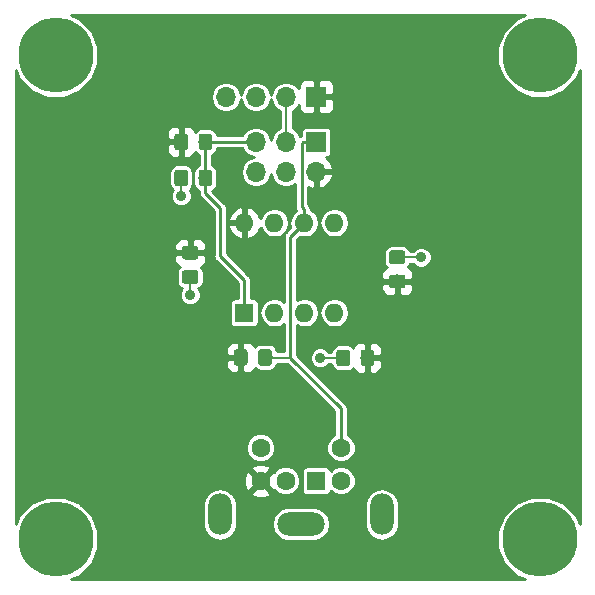
<source format=gbr>
G04 #@! TF.GenerationSoftware,KiCad,Pcbnew,(5.0.2)-1*
G04 #@! TF.CreationDate,2020-01-01T19:06:28-05:00*
G04 #@! TF.ProjectId,TinyPS2,54696e79-5053-4322-9e6b-696361645f70,X1*
G04 #@! TF.SameCoordinates,Original*
G04 #@! TF.FileFunction,Copper,L1,Top*
G04 #@! TF.FilePolarity,Positive*
%FSLAX46Y46*%
G04 Gerber Fmt 4.6, Leading zero omitted, Abs format (unit mm)*
G04 Created by KiCad (PCBNEW (5.0.2)-1) date 1/1/2020 7:06:28 PM*
%MOMM*%
%LPD*%
G01*
G04 APERTURE LIST*
G04 #@! TA.AperFunction,Conductor*
%ADD10C,0.150000*%
G04 #@! TD*
G04 #@! TA.AperFunction,SMDPad,CuDef*
%ADD11C,1.150000*%
G04 #@! TD*
G04 #@! TA.AperFunction,ComponentPad*
%ADD12C,6.350000*%
G04 #@! TD*
G04 #@! TA.AperFunction,ComponentPad*
%ADD13R,1.700000X1.700000*%
G04 #@! TD*
G04 #@! TA.AperFunction,ComponentPad*
%ADD14O,1.700000X1.700000*%
G04 #@! TD*
G04 #@! TA.AperFunction,ComponentPad*
%ADD15O,2.000000X3.500000*%
G04 #@! TD*
G04 #@! TA.AperFunction,ComponentPad*
%ADD16R,1.600000X1.600000*%
G04 #@! TD*
G04 #@! TA.AperFunction,ComponentPad*
%ADD17C,1.600000*%
G04 #@! TD*
G04 #@! TA.AperFunction,ComponentPad*
%ADD18O,4.000000X2.000000*%
G04 #@! TD*
G04 #@! TA.AperFunction,ComponentPad*
%ADD19O,1.600000X1.600000*%
G04 #@! TD*
G04 #@! TA.AperFunction,ViaPad*
%ADD20C,0.889000*%
G04 #@! TD*
G04 #@! TA.AperFunction,Conductor*
%ADD21C,0.254000*%
G04 #@! TD*
G04 #@! TA.AperFunction,Conductor*
%ADD22C,0.203200*%
G04 #@! TD*
G04 APERTURE END LIST*
D10*
G04 #@! TO.N,VCC*
G04 #@! TO.C,C3*
G36*
X25874505Y-30151204D02*
X25898773Y-30154804D01*
X25922572Y-30160765D01*
X25945671Y-30169030D01*
X25967850Y-30179520D01*
X25988893Y-30192132D01*
X26008599Y-30206747D01*
X26026777Y-30223223D01*
X26043253Y-30241401D01*
X26057868Y-30261107D01*
X26070480Y-30282150D01*
X26080970Y-30304329D01*
X26089235Y-30327428D01*
X26095196Y-30351227D01*
X26098796Y-30375495D01*
X26100000Y-30399999D01*
X26100000Y-31050001D01*
X26098796Y-31074505D01*
X26095196Y-31098773D01*
X26089235Y-31122572D01*
X26080970Y-31145671D01*
X26070480Y-31167850D01*
X26057868Y-31188893D01*
X26043253Y-31208599D01*
X26026777Y-31226777D01*
X26008599Y-31243253D01*
X25988893Y-31257868D01*
X25967850Y-31270480D01*
X25945671Y-31280970D01*
X25922572Y-31289235D01*
X25898773Y-31295196D01*
X25874505Y-31298796D01*
X25850001Y-31300000D01*
X24949999Y-31300000D01*
X24925495Y-31298796D01*
X24901227Y-31295196D01*
X24877428Y-31289235D01*
X24854329Y-31280970D01*
X24832150Y-31270480D01*
X24811107Y-31257868D01*
X24791401Y-31243253D01*
X24773223Y-31226777D01*
X24756747Y-31208599D01*
X24742132Y-31188893D01*
X24729520Y-31167850D01*
X24719030Y-31145671D01*
X24710765Y-31122572D01*
X24704804Y-31098773D01*
X24701204Y-31074505D01*
X24700000Y-31050001D01*
X24700000Y-30399999D01*
X24701204Y-30375495D01*
X24704804Y-30351227D01*
X24710765Y-30327428D01*
X24719030Y-30304329D01*
X24729520Y-30282150D01*
X24742132Y-30261107D01*
X24756747Y-30241401D01*
X24773223Y-30223223D01*
X24791401Y-30206747D01*
X24811107Y-30192132D01*
X24832150Y-30179520D01*
X24854329Y-30169030D01*
X24877428Y-30160765D01*
X24901227Y-30154804D01*
X24925495Y-30151204D01*
X24949999Y-30150000D01*
X25850001Y-30150000D01*
X25874505Y-30151204D01*
X25874505Y-30151204D01*
G37*
D11*
G04 #@! TD*
G04 #@! TO.P,C3,1*
G04 #@! TO.N,VCC*
X25400000Y-30725000D03*
D10*
G04 #@! TO.N,GND*
G04 #@! TO.C,C3*
G36*
X25874505Y-32201204D02*
X25898773Y-32204804D01*
X25922572Y-32210765D01*
X25945671Y-32219030D01*
X25967850Y-32229520D01*
X25988893Y-32242132D01*
X26008599Y-32256747D01*
X26026777Y-32273223D01*
X26043253Y-32291401D01*
X26057868Y-32311107D01*
X26070480Y-32332150D01*
X26080970Y-32354329D01*
X26089235Y-32377428D01*
X26095196Y-32401227D01*
X26098796Y-32425495D01*
X26100000Y-32449999D01*
X26100000Y-33100001D01*
X26098796Y-33124505D01*
X26095196Y-33148773D01*
X26089235Y-33172572D01*
X26080970Y-33195671D01*
X26070480Y-33217850D01*
X26057868Y-33238893D01*
X26043253Y-33258599D01*
X26026777Y-33276777D01*
X26008599Y-33293253D01*
X25988893Y-33307868D01*
X25967850Y-33320480D01*
X25945671Y-33330970D01*
X25922572Y-33339235D01*
X25898773Y-33345196D01*
X25874505Y-33348796D01*
X25850001Y-33350000D01*
X24949999Y-33350000D01*
X24925495Y-33348796D01*
X24901227Y-33345196D01*
X24877428Y-33339235D01*
X24854329Y-33330970D01*
X24832150Y-33320480D01*
X24811107Y-33307868D01*
X24791401Y-33293253D01*
X24773223Y-33276777D01*
X24756747Y-33258599D01*
X24742132Y-33238893D01*
X24729520Y-33217850D01*
X24719030Y-33195671D01*
X24710765Y-33172572D01*
X24704804Y-33148773D01*
X24701204Y-33124505D01*
X24700000Y-33100001D01*
X24700000Y-32449999D01*
X24701204Y-32425495D01*
X24704804Y-32401227D01*
X24710765Y-32377428D01*
X24719030Y-32354329D01*
X24729520Y-32332150D01*
X24742132Y-32311107D01*
X24756747Y-32291401D01*
X24773223Y-32273223D01*
X24791401Y-32256747D01*
X24811107Y-32242132D01*
X24832150Y-32229520D01*
X24854329Y-32219030D01*
X24877428Y-32210765D01*
X24901227Y-32204804D01*
X24925495Y-32201204D01*
X24949999Y-32200000D01*
X25850001Y-32200000D01*
X25874505Y-32201204D01*
X25874505Y-32201204D01*
G37*
D11*
G04 #@! TD*
G04 #@! TO.P,C3,2*
G04 #@! TO.N,GND*
X25400000Y-32775000D03*
D12*
G04 #@! TO.P,MTG3,1*
G04 #@! TO.N,N/C*
X14000000Y-55000000D03*
G04 #@! TD*
G04 #@! TO.P,MTG4,1*
G04 #@! TO.N,N/C*
X55000000Y-55000000D03*
G04 #@! TD*
G04 #@! TO.P,MTG2,1*
G04 #@! TO.N,N/C*
X55000000Y-14000000D03*
G04 #@! TD*
G04 #@! TO.P,MTG1,1*
G04 #@! TO.N,N/C*
X14000000Y-14000000D03*
G04 #@! TD*
D10*
G04 #@! TO.N,/RST\002A*
G04 #@! TO.C,C1*
G36*
X27028505Y-23685204D02*
X27052773Y-23688804D01*
X27076572Y-23694765D01*
X27099671Y-23703030D01*
X27121850Y-23713520D01*
X27142893Y-23726132D01*
X27162599Y-23740747D01*
X27180777Y-23757223D01*
X27197253Y-23775401D01*
X27211868Y-23795107D01*
X27224480Y-23816150D01*
X27234970Y-23838329D01*
X27243235Y-23861428D01*
X27249196Y-23885227D01*
X27252796Y-23909495D01*
X27254000Y-23933999D01*
X27254000Y-24834001D01*
X27252796Y-24858505D01*
X27249196Y-24882773D01*
X27243235Y-24906572D01*
X27234970Y-24929671D01*
X27224480Y-24951850D01*
X27211868Y-24972893D01*
X27197253Y-24992599D01*
X27180777Y-25010777D01*
X27162599Y-25027253D01*
X27142893Y-25041868D01*
X27121850Y-25054480D01*
X27099671Y-25064970D01*
X27076572Y-25073235D01*
X27052773Y-25079196D01*
X27028505Y-25082796D01*
X27004001Y-25084000D01*
X26353999Y-25084000D01*
X26329495Y-25082796D01*
X26305227Y-25079196D01*
X26281428Y-25073235D01*
X26258329Y-25064970D01*
X26236150Y-25054480D01*
X26215107Y-25041868D01*
X26195401Y-25027253D01*
X26177223Y-25010777D01*
X26160747Y-24992599D01*
X26146132Y-24972893D01*
X26133520Y-24951850D01*
X26123030Y-24929671D01*
X26114765Y-24906572D01*
X26108804Y-24882773D01*
X26105204Y-24858505D01*
X26104000Y-24834001D01*
X26104000Y-23933999D01*
X26105204Y-23909495D01*
X26108804Y-23885227D01*
X26114765Y-23861428D01*
X26123030Y-23838329D01*
X26133520Y-23816150D01*
X26146132Y-23795107D01*
X26160747Y-23775401D01*
X26177223Y-23757223D01*
X26195401Y-23740747D01*
X26215107Y-23726132D01*
X26236150Y-23713520D01*
X26258329Y-23703030D01*
X26281428Y-23694765D01*
X26305227Y-23688804D01*
X26329495Y-23685204D01*
X26353999Y-23684000D01*
X27004001Y-23684000D01*
X27028505Y-23685204D01*
X27028505Y-23685204D01*
G37*
D11*
G04 #@! TD*
G04 #@! TO.P,C1,1*
G04 #@! TO.N,/RST\002A*
X26679000Y-24384000D03*
D10*
G04 #@! TO.N,GND*
G04 #@! TO.C,C1*
G36*
X24978505Y-23685204D02*
X25002773Y-23688804D01*
X25026572Y-23694765D01*
X25049671Y-23703030D01*
X25071850Y-23713520D01*
X25092893Y-23726132D01*
X25112599Y-23740747D01*
X25130777Y-23757223D01*
X25147253Y-23775401D01*
X25161868Y-23795107D01*
X25174480Y-23816150D01*
X25184970Y-23838329D01*
X25193235Y-23861428D01*
X25199196Y-23885227D01*
X25202796Y-23909495D01*
X25204000Y-23933999D01*
X25204000Y-24834001D01*
X25202796Y-24858505D01*
X25199196Y-24882773D01*
X25193235Y-24906572D01*
X25184970Y-24929671D01*
X25174480Y-24951850D01*
X25161868Y-24972893D01*
X25147253Y-24992599D01*
X25130777Y-25010777D01*
X25112599Y-25027253D01*
X25092893Y-25041868D01*
X25071850Y-25054480D01*
X25049671Y-25064970D01*
X25026572Y-25073235D01*
X25002773Y-25079196D01*
X24978505Y-25082796D01*
X24954001Y-25084000D01*
X24303999Y-25084000D01*
X24279495Y-25082796D01*
X24255227Y-25079196D01*
X24231428Y-25073235D01*
X24208329Y-25064970D01*
X24186150Y-25054480D01*
X24165107Y-25041868D01*
X24145401Y-25027253D01*
X24127223Y-25010777D01*
X24110747Y-24992599D01*
X24096132Y-24972893D01*
X24083520Y-24951850D01*
X24073030Y-24929671D01*
X24064765Y-24906572D01*
X24058804Y-24882773D01*
X24055204Y-24858505D01*
X24054000Y-24834001D01*
X24054000Y-23933999D01*
X24055204Y-23909495D01*
X24058804Y-23885227D01*
X24064765Y-23861428D01*
X24073030Y-23838329D01*
X24083520Y-23816150D01*
X24096132Y-23795107D01*
X24110747Y-23775401D01*
X24127223Y-23757223D01*
X24145401Y-23740747D01*
X24165107Y-23726132D01*
X24186150Y-23713520D01*
X24208329Y-23703030D01*
X24231428Y-23694765D01*
X24255227Y-23688804D01*
X24279495Y-23685204D01*
X24303999Y-23684000D01*
X24954001Y-23684000D01*
X24978505Y-23685204D01*
X24978505Y-23685204D01*
G37*
D11*
G04 #@! TD*
G04 #@! TO.P,C1,2*
G04 #@! TO.N,GND*
X24629000Y-24384000D03*
D10*
G04 #@! TO.N,GND*
G04 #@! TO.C,C2*
G36*
X43400505Y-30532204D02*
X43424773Y-30535804D01*
X43448572Y-30541765D01*
X43471671Y-30550030D01*
X43493850Y-30560520D01*
X43514893Y-30573132D01*
X43534599Y-30587747D01*
X43552777Y-30604223D01*
X43569253Y-30622401D01*
X43583868Y-30642107D01*
X43596480Y-30663150D01*
X43606970Y-30685329D01*
X43615235Y-30708428D01*
X43621196Y-30732227D01*
X43624796Y-30756495D01*
X43626000Y-30780999D01*
X43626000Y-31431001D01*
X43624796Y-31455505D01*
X43621196Y-31479773D01*
X43615235Y-31503572D01*
X43606970Y-31526671D01*
X43596480Y-31548850D01*
X43583868Y-31569893D01*
X43569253Y-31589599D01*
X43552777Y-31607777D01*
X43534599Y-31624253D01*
X43514893Y-31638868D01*
X43493850Y-31651480D01*
X43471671Y-31661970D01*
X43448572Y-31670235D01*
X43424773Y-31676196D01*
X43400505Y-31679796D01*
X43376001Y-31681000D01*
X42475999Y-31681000D01*
X42451495Y-31679796D01*
X42427227Y-31676196D01*
X42403428Y-31670235D01*
X42380329Y-31661970D01*
X42358150Y-31651480D01*
X42337107Y-31638868D01*
X42317401Y-31624253D01*
X42299223Y-31607777D01*
X42282747Y-31589599D01*
X42268132Y-31569893D01*
X42255520Y-31548850D01*
X42245030Y-31526671D01*
X42236765Y-31503572D01*
X42230804Y-31479773D01*
X42227204Y-31455505D01*
X42226000Y-31431001D01*
X42226000Y-30780999D01*
X42227204Y-30756495D01*
X42230804Y-30732227D01*
X42236765Y-30708428D01*
X42245030Y-30685329D01*
X42255520Y-30663150D01*
X42268132Y-30642107D01*
X42282747Y-30622401D01*
X42299223Y-30604223D01*
X42317401Y-30587747D01*
X42337107Y-30573132D01*
X42358150Y-30560520D01*
X42380329Y-30550030D01*
X42403428Y-30541765D01*
X42427227Y-30535804D01*
X42451495Y-30532204D01*
X42475999Y-30531000D01*
X43376001Y-30531000D01*
X43400505Y-30532204D01*
X43400505Y-30532204D01*
G37*
D11*
G04 #@! TD*
G04 #@! TO.P,C2,2*
G04 #@! TO.N,GND*
X42926000Y-31106000D03*
D10*
G04 #@! TO.N,VCC*
G04 #@! TO.C,C2*
G36*
X43400505Y-32582204D02*
X43424773Y-32585804D01*
X43448572Y-32591765D01*
X43471671Y-32600030D01*
X43493850Y-32610520D01*
X43514893Y-32623132D01*
X43534599Y-32637747D01*
X43552777Y-32654223D01*
X43569253Y-32672401D01*
X43583868Y-32692107D01*
X43596480Y-32713150D01*
X43606970Y-32735329D01*
X43615235Y-32758428D01*
X43621196Y-32782227D01*
X43624796Y-32806495D01*
X43626000Y-32830999D01*
X43626000Y-33481001D01*
X43624796Y-33505505D01*
X43621196Y-33529773D01*
X43615235Y-33553572D01*
X43606970Y-33576671D01*
X43596480Y-33598850D01*
X43583868Y-33619893D01*
X43569253Y-33639599D01*
X43552777Y-33657777D01*
X43534599Y-33674253D01*
X43514893Y-33688868D01*
X43493850Y-33701480D01*
X43471671Y-33711970D01*
X43448572Y-33720235D01*
X43424773Y-33726196D01*
X43400505Y-33729796D01*
X43376001Y-33731000D01*
X42475999Y-33731000D01*
X42451495Y-33729796D01*
X42427227Y-33726196D01*
X42403428Y-33720235D01*
X42380329Y-33711970D01*
X42358150Y-33701480D01*
X42337107Y-33688868D01*
X42317401Y-33674253D01*
X42299223Y-33657777D01*
X42282747Y-33639599D01*
X42268132Y-33619893D01*
X42255520Y-33598850D01*
X42245030Y-33576671D01*
X42236765Y-33553572D01*
X42230804Y-33529773D01*
X42227204Y-33505505D01*
X42226000Y-33481001D01*
X42226000Y-32830999D01*
X42227204Y-32806495D01*
X42230804Y-32782227D01*
X42236765Y-32758428D01*
X42245030Y-32735329D01*
X42255520Y-32713150D01*
X42268132Y-32692107D01*
X42282747Y-32672401D01*
X42299223Y-32654223D01*
X42317401Y-32637747D01*
X42337107Y-32623132D01*
X42358150Y-32610520D01*
X42380329Y-32600030D01*
X42403428Y-32591765D01*
X42427227Y-32585804D01*
X42451495Y-32582204D01*
X42475999Y-32581000D01*
X43376001Y-32581000D01*
X43400505Y-32582204D01*
X43400505Y-32582204D01*
G37*
D11*
G04 #@! TD*
G04 #@! TO.P,C2,1*
G04 #@! TO.N,VCC*
X42926000Y-33156000D03*
D13*
G04 #@! TO.P,H2,1*
G04 #@! TO.N,/KBCLK*
X36068000Y-21336000D03*
D14*
G04 #@! TO.P,H2,2*
G04 #@! TO.N,VCC*
X36068000Y-23876000D03*
G04 #@! TO.P,H2,3*
G04 #@! TO.N,/SERTX*
X33528000Y-21336000D03*
G04 #@! TO.P,H2,4*
G04 #@! TO.N,/KBDAT*
X33528000Y-23876000D03*
G04 #@! TO.P,H2,5*
G04 #@! TO.N,/RST\002A*
X30988000Y-21336000D03*
G04 #@! TO.P,H2,6*
G04 #@! TO.N,GND*
X30988000Y-23876000D03*
G04 #@! TD*
D13*
G04 #@! TO.P,J1,1*
G04 #@! TO.N,VCC*
X36068000Y-17526000D03*
D14*
G04 #@! TO.P,J1,2*
G04 #@! TO.N,/SERTX*
X33528000Y-17526000D03*
G04 #@! TO.P,J1,3*
G04 #@! TO.N,Net-(J1-Pad3)*
X30988000Y-17526000D03*
G04 #@! TO.P,J1,4*
G04 #@! TO.N,GND*
X28448000Y-17526000D03*
G04 #@! TD*
D15*
G04 #@! TO.P,J2,7*
G04 #@! TO.N,N/C*
X27918000Y-52888000D03*
X41618000Y-52888000D03*
D16*
G04 #@! TO.P,J2,1*
G04 #@! TO.N,/KBDAT*
X36068000Y-50038000D03*
D17*
G04 #@! TO.P,J2,2*
G04 #@! TO.N,Net-(J2-Pad2)*
X33468000Y-50038000D03*
G04 #@! TO.P,J2,3*
G04 #@! TO.N,GND*
X38168000Y-50038000D03*
G04 #@! TO.P,J2,4*
G04 #@! TO.N,VCC*
X31368000Y-50038000D03*
G04 #@! TO.P,J2,5*
G04 #@! TO.N,/KBCLK*
X38168000Y-47238000D03*
G04 #@! TO.P,J2,6*
G04 #@! TO.N,Net-(J2-Pad6)*
X31368000Y-47238000D03*
D18*
G04 #@! TO.P,J2,7*
G04 #@! TO.N,N/C*
X34768000Y-53688000D03*
G04 #@! TD*
D10*
G04 #@! TO.N,VCC*
G04 #@! TO.C,R1*
G36*
X24978505Y-20637204D02*
X25002773Y-20640804D01*
X25026572Y-20646765D01*
X25049671Y-20655030D01*
X25071850Y-20665520D01*
X25092893Y-20678132D01*
X25112599Y-20692747D01*
X25130777Y-20709223D01*
X25147253Y-20727401D01*
X25161868Y-20747107D01*
X25174480Y-20768150D01*
X25184970Y-20790329D01*
X25193235Y-20813428D01*
X25199196Y-20837227D01*
X25202796Y-20861495D01*
X25204000Y-20885999D01*
X25204000Y-21786001D01*
X25202796Y-21810505D01*
X25199196Y-21834773D01*
X25193235Y-21858572D01*
X25184970Y-21881671D01*
X25174480Y-21903850D01*
X25161868Y-21924893D01*
X25147253Y-21944599D01*
X25130777Y-21962777D01*
X25112599Y-21979253D01*
X25092893Y-21993868D01*
X25071850Y-22006480D01*
X25049671Y-22016970D01*
X25026572Y-22025235D01*
X25002773Y-22031196D01*
X24978505Y-22034796D01*
X24954001Y-22036000D01*
X24303999Y-22036000D01*
X24279495Y-22034796D01*
X24255227Y-22031196D01*
X24231428Y-22025235D01*
X24208329Y-22016970D01*
X24186150Y-22006480D01*
X24165107Y-21993868D01*
X24145401Y-21979253D01*
X24127223Y-21962777D01*
X24110747Y-21944599D01*
X24096132Y-21924893D01*
X24083520Y-21903850D01*
X24073030Y-21881671D01*
X24064765Y-21858572D01*
X24058804Y-21834773D01*
X24055204Y-21810505D01*
X24054000Y-21786001D01*
X24054000Y-20885999D01*
X24055204Y-20861495D01*
X24058804Y-20837227D01*
X24064765Y-20813428D01*
X24073030Y-20790329D01*
X24083520Y-20768150D01*
X24096132Y-20747107D01*
X24110747Y-20727401D01*
X24127223Y-20709223D01*
X24145401Y-20692747D01*
X24165107Y-20678132D01*
X24186150Y-20665520D01*
X24208329Y-20655030D01*
X24231428Y-20646765D01*
X24255227Y-20640804D01*
X24279495Y-20637204D01*
X24303999Y-20636000D01*
X24954001Y-20636000D01*
X24978505Y-20637204D01*
X24978505Y-20637204D01*
G37*
D11*
G04 #@! TD*
G04 #@! TO.P,R1,1*
G04 #@! TO.N,VCC*
X24629000Y-21336000D03*
D10*
G04 #@! TO.N,/RST\002A*
G04 #@! TO.C,R1*
G36*
X27028505Y-20637204D02*
X27052773Y-20640804D01*
X27076572Y-20646765D01*
X27099671Y-20655030D01*
X27121850Y-20665520D01*
X27142893Y-20678132D01*
X27162599Y-20692747D01*
X27180777Y-20709223D01*
X27197253Y-20727401D01*
X27211868Y-20747107D01*
X27224480Y-20768150D01*
X27234970Y-20790329D01*
X27243235Y-20813428D01*
X27249196Y-20837227D01*
X27252796Y-20861495D01*
X27254000Y-20885999D01*
X27254000Y-21786001D01*
X27252796Y-21810505D01*
X27249196Y-21834773D01*
X27243235Y-21858572D01*
X27234970Y-21881671D01*
X27224480Y-21903850D01*
X27211868Y-21924893D01*
X27197253Y-21944599D01*
X27180777Y-21962777D01*
X27162599Y-21979253D01*
X27142893Y-21993868D01*
X27121850Y-22006480D01*
X27099671Y-22016970D01*
X27076572Y-22025235D01*
X27052773Y-22031196D01*
X27028505Y-22034796D01*
X27004001Y-22036000D01*
X26353999Y-22036000D01*
X26329495Y-22034796D01*
X26305227Y-22031196D01*
X26281428Y-22025235D01*
X26258329Y-22016970D01*
X26236150Y-22006480D01*
X26215107Y-21993868D01*
X26195401Y-21979253D01*
X26177223Y-21962777D01*
X26160747Y-21944599D01*
X26146132Y-21924893D01*
X26133520Y-21903850D01*
X26123030Y-21881671D01*
X26114765Y-21858572D01*
X26108804Y-21834773D01*
X26105204Y-21810505D01*
X26104000Y-21786001D01*
X26104000Y-20885999D01*
X26105204Y-20861495D01*
X26108804Y-20837227D01*
X26114765Y-20813428D01*
X26123030Y-20790329D01*
X26133520Y-20768150D01*
X26146132Y-20747107D01*
X26160747Y-20727401D01*
X26177223Y-20709223D01*
X26195401Y-20692747D01*
X26215107Y-20678132D01*
X26236150Y-20665520D01*
X26258329Y-20655030D01*
X26281428Y-20646765D01*
X26305227Y-20640804D01*
X26329495Y-20637204D01*
X26353999Y-20636000D01*
X27004001Y-20636000D01*
X27028505Y-20637204D01*
X27028505Y-20637204D01*
G37*
D11*
G04 #@! TD*
G04 #@! TO.P,R1,2*
G04 #@! TO.N,/RST\002A*
X26679000Y-21336000D03*
D16*
G04 #@! TO.P,U1,1*
G04 #@! TO.N,/RST\002A*
X29972000Y-35814000D03*
D19*
G04 #@! TO.P,U1,5*
G04 #@! TO.N,/KBDAT*
X37592000Y-28194000D03*
G04 #@! TO.P,U1,2*
G04 #@! TO.N,/D3*
X32512000Y-35814000D03*
G04 #@! TO.P,U1,6*
G04 #@! TO.N,/KBCLK*
X35052000Y-28194000D03*
G04 #@! TO.P,U1,3*
G04 #@! TO.N,/D4*
X35052000Y-35814000D03*
G04 #@! TO.P,U1,7*
G04 #@! TO.N,/SERTX*
X32512000Y-28194000D03*
G04 #@! TO.P,U1,4*
G04 #@! TO.N,GND*
X37592000Y-35814000D03*
G04 #@! TO.P,U1,8*
G04 #@! TO.N,VCC*
X29972000Y-28194000D03*
G04 #@! TD*
D10*
G04 #@! TO.N,/KBCLK*
G04 #@! TO.C,R2*
G36*
X32078506Y-38884205D02*
X32102774Y-38887805D01*
X32126573Y-38893766D01*
X32149672Y-38902031D01*
X32171851Y-38912521D01*
X32192894Y-38925133D01*
X32212600Y-38939748D01*
X32230778Y-38956224D01*
X32247254Y-38974402D01*
X32261869Y-38994108D01*
X32274481Y-39015151D01*
X32284971Y-39037330D01*
X32293236Y-39060429D01*
X32299197Y-39084228D01*
X32302797Y-39108496D01*
X32304001Y-39133000D01*
X32304001Y-40033002D01*
X32302797Y-40057506D01*
X32299197Y-40081774D01*
X32293236Y-40105573D01*
X32284971Y-40128672D01*
X32274481Y-40150851D01*
X32261869Y-40171894D01*
X32247254Y-40191600D01*
X32230778Y-40209778D01*
X32212600Y-40226254D01*
X32192894Y-40240869D01*
X32171851Y-40253481D01*
X32149672Y-40263971D01*
X32126573Y-40272236D01*
X32102774Y-40278197D01*
X32078506Y-40281797D01*
X32054002Y-40283001D01*
X31404000Y-40283001D01*
X31379496Y-40281797D01*
X31355228Y-40278197D01*
X31331429Y-40272236D01*
X31308330Y-40263971D01*
X31286151Y-40253481D01*
X31265108Y-40240869D01*
X31245402Y-40226254D01*
X31227224Y-40209778D01*
X31210748Y-40191600D01*
X31196133Y-40171894D01*
X31183521Y-40150851D01*
X31173031Y-40128672D01*
X31164766Y-40105573D01*
X31158805Y-40081774D01*
X31155205Y-40057506D01*
X31154001Y-40033002D01*
X31154001Y-39133000D01*
X31155205Y-39108496D01*
X31158805Y-39084228D01*
X31164766Y-39060429D01*
X31173031Y-39037330D01*
X31183521Y-39015151D01*
X31196133Y-38994108D01*
X31210748Y-38974402D01*
X31227224Y-38956224D01*
X31245402Y-38939748D01*
X31265108Y-38925133D01*
X31286151Y-38912521D01*
X31308330Y-38902031D01*
X31331429Y-38893766D01*
X31355228Y-38887805D01*
X31379496Y-38884205D01*
X31404000Y-38883001D01*
X32054002Y-38883001D01*
X32078506Y-38884205D01*
X32078506Y-38884205D01*
G37*
D11*
G04 #@! TD*
G04 #@! TO.P,R2,2*
G04 #@! TO.N,/KBCLK*
X31729001Y-39583001D03*
D10*
G04 #@! TO.N,VCC*
G04 #@! TO.C,R2*
G36*
X30028506Y-38884205D02*
X30052774Y-38887805D01*
X30076573Y-38893766D01*
X30099672Y-38902031D01*
X30121851Y-38912521D01*
X30142894Y-38925133D01*
X30162600Y-38939748D01*
X30180778Y-38956224D01*
X30197254Y-38974402D01*
X30211869Y-38994108D01*
X30224481Y-39015151D01*
X30234971Y-39037330D01*
X30243236Y-39060429D01*
X30249197Y-39084228D01*
X30252797Y-39108496D01*
X30254001Y-39133000D01*
X30254001Y-40033002D01*
X30252797Y-40057506D01*
X30249197Y-40081774D01*
X30243236Y-40105573D01*
X30234971Y-40128672D01*
X30224481Y-40150851D01*
X30211869Y-40171894D01*
X30197254Y-40191600D01*
X30180778Y-40209778D01*
X30162600Y-40226254D01*
X30142894Y-40240869D01*
X30121851Y-40253481D01*
X30099672Y-40263971D01*
X30076573Y-40272236D01*
X30052774Y-40278197D01*
X30028506Y-40281797D01*
X30004002Y-40283001D01*
X29354000Y-40283001D01*
X29329496Y-40281797D01*
X29305228Y-40278197D01*
X29281429Y-40272236D01*
X29258330Y-40263971D01*
X29236151Y-40253481D01*
X29215108Y-40240869D01*
X29195402Y-40226254D01*
X29177224Y-40209778D01*
X29160748Y-40191600D01*
X29146133Y-40171894D01*
X29133521Y-40150851D01*
X29123031Y-40128672D01*
X29114766Y-40105573D01*
X29108805Y-40081774D01*
X29105205Y-40057506D01*
X29104001Y-40033002D01*
X29104001Y-39133000D01*
X29105205Y-39108496D01*
X29108805Y-39084228D01*
X29114766Y-39060429D01*
X29123031Y-39037330D01*
X29133521Y-39015151D01*
X29146133Y-38994108D01*
X29160748Y-38974402D01*
X29177224Y-38956224D01*
X29195402Y-38939748D01*
X29215108Y-38925133D01*
X29236151Y-38912521D01*
X29258330Y-38902031D01*
X29281429Y-38893766D01*
X29305228Y-38887805D01*
X29329496Y-38884205D01*
X29354000Y-38883001D01*
X30004002Y-38883001D01*
X30028506Y-38884205D01*
X30028506Y-38884205D01*
G37*
D11*
G04 #@! TD*
G04 #@! TO.P,R2,1*
G04 #@! TO.N,VCC*
X29679001Y-39583001D03*
D10*
G04 #@! TO.N,VCC*
G04 #@! TO.C,R3*
G36*
X40744505Y-38925204D02*
X40768773Y-38928804D01*
X40792572Y-38934765D01*
X40815671Y-38943030D01*
X40837850Y-38953520D01*
X40858893Y-38966132D01*
X40878599Y-38980747D01*
X40896777Y-38997223D01*
X40913253Y-39015401D01*
X40927868Y-39035107D01*
X40940480Y-39056150D01*
X40950970Y-39078329D01*
X40959235Y-39101428D01*
X40965196Y-39125227D01*
X40968796Y-39149495D01*
X40970000Y-39173999D01*
X40970000Y-40074001D01*
X40968796Y-40098505D01*
X40965196Y-40122773D01*
X40959235Y-40146572D01*
X40950970Y-40169671D01*
X40940480Y-40191850D01*
X40927868Y-40212893D01*
X40913253Y-40232599D01*
X40896777Y-40250777D01*
X40878599Y-40267253D01*
X40858893Y-40281868D01*
X40837850Y-40294480D01*
X40815671Y-40304970D01*
X40792572Y-40313235D01*
X40768773Y-40319196D01*
X40744505Y-40322796D01*
X40720001Y-40324000D01*
X40069999Y-40324000D01*
X40045495Y-40322796D01*
X40021227Y-40319196D01*
X39997428Y-40313235D01*
X39974329Y-40304970D01*
X39952150Y-40294480D01*
X39931107Y-40281868D01*
X39911401Y-40267253D01*
X39893223Y-40250777D01*
X39876747Y-40232599D01*
X39862132Y-40212893D01*
X39849520Y-40191850D01*
X39839030Y-40169671D01*
X39830765Y-40146572D01*
X39824804Y-40122773D01*
X39821204Y-40098505D01*
X39820000Y-40074001D01*
X39820000Y-39173999D01*
X39821204Y-39149495D01*
X39824804Y-39125227D01*
X39830765Y-39101428D01*
X39839030Y-39078329D01*
X39849520Y-39056150D01*
X39862132Y-39035107D01*
X39876747Y-39015401D01*
X39893223Y-38997223D01*
X39911401Y-38980747D01*
X39931107Y-38966132D01*
X39952150Y-38953520D01*
X39974329Y-38943030D01*
X39997428Y-38934765D01*
X40021227Y-38928804D01*
X40045495Y-38925204D01*
X40069999Y-38924000D01*
X40720001Y-38924000D01*
X40744505Y-38925204D01*
X40744505Y-38925204D01*
G37*
D11*
G04 #@! TD*
G04 #@! TO.P,R3,1*
G04 #@! TO.N,VCC*
X40395000Y-39624000D03*
D10*
G04 #@! TO.N,/KBDAT*
G04 #@! TO.C,R3*
G36*
X38694505Y-38925204D02*
X38718773Y-38928804D01*
X38742572Y-38934765D01*
X38765671Y-38943030D01*
X38787850Y-38953520D01*
X38808893Y-38966132D01*
X38828599Y-38980747D01*
X38846777Y-38997223D01*
X38863253Y-39015401D01*
X38877868Y-39035107D01*
X38890480Y-39056150D01*
X38900970Y-39078329D01*
X38909235Y-39101428D01*
X38915196Y-39125227D01*
X38918796Y-39149495D01*
X38920000Y-39173999D01*
X38920000Y-40074001D01*
X38918796Y-40098505D01*
X38915196Y-40122773D01*
X38909235Y-40146572D01*
X38900970Y-40169671D01*
X38890480Y-40191850D01*
X38877868Y-40212893D01*
X38863253Y-40232599D01*
X38846777Y-40250777D01*
X38828599Y-40267253D01*
X38808893Y-40281868D01*
X38787850Y-40294480D01*
X38765671Y-40304970D01*
X38742572Y-40313235D01*
X38718773Y-40319196D01*
X38694505Y-40322796D01*
X38670001Y-40324000D01*
X38019999Y-40324000D01*
X37995495Y-40322796D01*
X37971227Y-40319196D01*
X37947428Y-40313235D01*
X37924329Y-40304970D01*
X37902150Y-40294480D01*
X37881107Y-40281868D01*
X37861401Y-40267253D01*
X37843223Y-40250777D01*
X37826747Y-40232599D01*
X37812132Y-40212893D01*
X37799520Y-40191850D01*
X37789030Y-40169671D01*
X37780765Y-40146572D01*
X37774804Y-40122773D01*
X37771204Y-40098505D01*
X37770000Y-40074001D01*
X37770000Y-39173999D01*
X37771204Y-39149495D01*
X37774804Y-39125227D01*
X37780765Y-39101428D01*
X37789030Y-39078329D01*
X37799520Y-39056150D01*
X37812132Y-39035107D01*
X37826747Y-39015401D01*
X37843223Y-38997223D01*
X37861401Y-38980747D01*
X37881107Y-38966132D01*
X37902150Y-38953520D01*
X37924329Y-38943030D01*
X37947428Y-38934765D01*
X37971227Y-38928804D01*
X37995495Y-38925204D01*
X38019999Y-38924000D01*
X38670001Y-38924000D01*
X38694505Y-38925204D01*
X38694505Y-38925204D01*
G37*
D11*
G04 #@! TD*
G04 #@! TO.P,R3,2*
G04 #@! TO.N,/KBDAT*
X38345000Y-39624000D03*
D20*
G04 #@! TO.N,GND*
X44958000Y-31115000D03*
X24638000Y-25908000D03*
X25400000Y-34290000D03*
G04 #@! TO.N,/KBDAT*
X36410999Y-39624000D03*
G04 #@! TD*
D21*
G04 #@! TO.N,/RST\002A*
X29785919Y-21336000D02*
X26679000Y-21336000D01*
X30988000Y-21336000D02*
X29785919Y-21336000D01*
X26679000Y-21336000D02*
X26679000Y-24384000D01*
X29972000Y-33020000D02*
X27940000Y-30988000D01*
X29972000Y-35814000D02*
X29972000Y-33020000D01*
X26679000Y-25663000D02*
X27940000Y-26924000D01*
X26679000Y-24384000D02*
X26679000Y-25663000D01*
X27940000Y-26924000D02*
X27940000Y-30988000D01*
D22*
G04 #@! TO.N,GND*
X42926000Y-31106000D02*
X44949000Y-31106000D01*
X44949000Y-31106000D02*
X44958000Y-31115000D01*
X24629000Y-24384000D02*
X24629000Y-25899000D01*
X24629000Y-25899000D02*
X24638000Y-25908000D01*
X25400000Y-32775000D02*
X25400000Y-34290000D01*
D21*
G04 #@! TO.N,/KBCLK*
X34252001Y-28993999D02*
X35052000Y-28194000D01*
X33870999Y-29375001D02*
X34252001Y-28993999D01*
X33870999Y-39598600D02*
X33870999Y-29375001D01*
X38168000Y-43895601D02*
X33870999Y-39598600D01*
X38168000Y-47238000D02*
X38168000Y-43895601D01*
X35052000Y-27062630D02*
X35052000Y-28194000D01*
X34836999Y-26847629D02*
X35052000Y-27062630D01*
X34836999Y-21463001D02*
X34836999Y-26847629D01*
X34964000Y-21336000D02*
X34836999Y-21463001D01*
X36068000Y-21336000D02*
X34964000Y-21336000D01*
D22*
X32419600Y-39598600D02*
X33870999Y-39598600D01*
X32404001Y-39583001D02*
X32419600Y-39598600D01*
X31729001Y-39583001D02*
X32404001Y-39583001D01*
G04 #@! TO.N,/SERTX*
X33528000Y-20133919D02*
X33528000Y-17526000D01*
X33528000Y-21336000D02*
X33528000Y-20133919D01*
G04 #@! TO.N,/KBDAT*
X38345000Y-39624000D02*
X36410999Y-39624000D01*
G04 #@! TD*
D21*
G04 #@! TO.N,VCC*
G36*
X52956912Y-10942303D02*
X51942303Y-11956912D01*
X51393200Y-13282563D01*
X51393200Y-14717437D01*
X51942303Y-16043088D01*
X52956912Y-17057697D01*
X54282563Y-17606800D01*
X55717437Y-17606800D01*
X57043088Y-17057697D01*
X58057697Y-16043088D01*
X58377700Y-15270533D01*
X58377701Y-53729469D01*
X58057697Y-52956912D01*
X57043088Y-51942303D01*
X55717437Y-51393200D01*
X54282563Y-51393200D01*
X52956912Y-51942303D01*
X51942303Y-52956912D01*
X51393200Y-54282563D01*
X51393200Y-55717437D01*
X51942303Y-57043088D01*
X52956912Y-58057697D01*
X53729467Y-58377700D01*
X15270533Y-58377700D01*
X16043088Y-58057697D01*
X17057697Y-57043088D01*
X17606800Y-55717437D01*
X17606800Y-54282563D01*
X17057697Y-52956912D01*
X16097769Y-51996984D01*
X26486200Y-51996984D01*
X26486200Y-53779017D01*
X26569275Y-54196660D01*
X26885731Y-54670270D01*
X27359341Y-54986726D01*
X27918000Y-55097850D01*
X28476660Y-54986726D01*
X28950270Y-54670270D01*
X29266726Y-54196660D01*
X29349800Y-53779017D01*
X29349800Y-53688000D01*
X32308150Y-53688000D01*
X32419274Y-54246660D01*
X32735730Y-54720270D01*
X33209340Y-55036726D01*
X33626983Y-55119800D01*
X35909017Y-55119800D01*
X36326660Y-55036726D01*
X36800270Y-54720270D01*
X37116726Y-54246660D01*
X37227850Y-53688000D01*
X37116726Y-53129340D01*
X36800270Y-52655730D01*
X36326660Y-52339274D01*
X35909017Y-52256200D01*
X33626983Y-52256200D01*
X33209340Y-52339274D01*
X32735730Y-52655730D01*
X32419274Y-53129340D01*
X32308150Y-53688000D01*
X29349800Y-53688000D01*
X29349800Y-51996984D01*
X40186200Y-51996984D01*
X40186200Y-53779017D01*
X40269275Y-54196660D01*
X40585731Y-54670270D01*
X41059341Y-54986726D01*
X41618000Y-55097850D01*
X42176660Y-54986726D01*
X42650270Y-54670270D01*
X42966726Y-54196660D01*
X43049800Y-53779017D01*
X43049800Y-51996983D01*
X42966726Y-51579340D01*
X42650269Y-51105730D01*
X42176659Y-50789274D01*
X41618000Y-50678150D01*
X41059340Y-50789274D01*
X40585730Y-51105731D01*
X40269274Y-51579341D01*
X40186200Y-51996984D01*
X29349800Y-51996984D01*
X29349800Y-51996983D01*
X29266726Y-51579340D01*
X28950269Y-51105730D01*
X28860496Y-51045745D01*
X30539861Y-51045745D01*
X30613995Y-51291864D01*
X31151223Y-51484965D01*
X31721454Y-51457778D01*
X32122005Y-51291864D01*
X32196139Y-51045745D01*
X31368000Y-50217605D01*
X30539861Y-51045745D01*
X28860496Y-51045745D01*
X28476659Y-50789274D01*
X27918000Y-50678150D01*
X27359340Y-50789274D01*
X26885730Y-51105731D01*
X26569274Y-51579341D01*
X26486200Y-51996984D01*
X16097769Y-51996984D01*
X16043088Y-51942303D01*
X14717437Y-51393200D01*
X13282563Y-51393200D01*
X11956912Y-51942303D01*
X10942303Y-52956912D01*
X10622300Y-53729467D01*
X10622300Y-49821223D01*
X29921035Y-49821223D01*
X29948222Y-50391454D01*
X30114136Y-50792005D01*
X30360255Y-50866139D01*
X31188395Y-50038000D01*
X31547605Y-50038000D01*
X32375745Y-50866139D01*
X32512823Y-50824850D01*
X32770242Y-51082269D01*
X33222980Y-51269800D01*
X33713020Y-51269800D01*
X34165758Y-51082269D01*
X34512269Y-50735758D01*
X34699800Y-50283020D01*
X34699800Y-49792980D01*
X34512269Y-49340242D01*
X34410027Y-49238000D01*
X34827741Y-49238000D01*
X34827741Y-50838000D01*
X34861254Y-51006480D01*
X34956690Y-51149310D01*
X35099520Y-51244746D01*
X35268000Y-51278259D01*
X36868000Y-51278259D01*
X37036480Y-51244746D01*
X37179310Y-51149310D01*
X37274746Y-51006480D01*
X37294607Y-50906634D01*
X37470242Y-51082269D01*
X37922980Y-51269800D01*
X38413020Y-51269800D01*
X38865758Y-51082269D01*
X39212269Y-50735758D01*
X39399800Y-50283020D01*
X39399800Y-49792980D01*
X39212269Y-49340242D01*
X38865758Y-48993731D01*
X38413020Y-48806200D01*
X37922980Y-48806200D01*
X37470242Y-48993731D01*
X37294607Y-49169366D01*
X37274746Y-49069520D01*
X37179310Y-48926690D01*
X37036480Y-48831254D01*
X36868000Y-48797741D01*
X35268000Y-48797741D01*
X35099520Y-48831254D01*
X34956690Y-48926690D01*
X34861254Y-49069520D01*
X34827741Y-49238000D01*
X34410027Y-49238000D01*
X34165758Y-48993731D01*
X33713020Y-48806200D01*
X33222980Y-48806200D01*
X32770242Y-48993731D01*
X32512823Y-49251150D01*
X32375745Y-49209861D01*
X31547605Y-50038000D01*
X31188395Y-50038000D01*
X30360255Y-49209861D01*
X30114136Y-49283995D01*
X29921035Y-49821223D01*
X10622300Y-49821223D01*
X10622300Y-49030255D01*
X30539861Y-49030255D01*
X31368000Y-49858395D01*
X32196139Y-49030255D01*
X32122005Y-48784136D01*
X31584777Y-48591035D01*
X31014546Y-48618222D01*
X30613995Y-48784136D01*
X30539861Y-49030255D01*
X10622300Y-49030255D01*
X10622300Y-46992980D01*
X30136200Y-46992980D01*
X30136200Y-47483020D01*
X30323731Y-47935758D01*
X30670242Y-48282269D01*
X31122980Y-48469800D01*
X31613020Y-48469800D01*
X32065758Y-48282269D01*
X32412269Y-47935758D01*
X32599800Y-47483020D01*
X32599800Y-46992980D01*
X32412269Y-46540242D01*
X32065758Y-46193731D01*
X31613020Y-46006200D01*
X31122980Y-46006200D01*
X30670242Y-46193731D01*
X30323731Y-46540242D01*
X30136200Y-46992980D01*
X10622300Y-46992980D01*
X10622300Y-39868751D01*
X28469001Y-39868751D01*
X28469001Y-40409311D01*
X28565674Y-40642700D01*
X28744303Y-40821328D01*
X28977692Y-40918001D01*
X29393251Y-40918001D01*
X29552001Y-40759251D01*
X29552001Y-39710001D01*
X28627751Y-39710001D01*
X28469001Y-39868751D01*
X10622300Y-39868751D01*
X10622300Y-38756691D01*
X28469001Y-38756691D01*
X28469001Y-39297251D01*
X28627751Y-39456001D01*
X29552001Y-39456001D01*
X29552001Y-38406751D01*
X29393251Y-38248001D01*
X28977692Y-38248001D01*
X28744303Y-38344674D01*
X28565674Y-38523302D01*
X28469001Y-38756691D01*
X10622300Y-38756691D01*
X10622300Y-31010750D01*
X24065000Y-31010750D01*
X24065000Y-31426309D01*
X24161673Y-31659698D01*
X24340301Y-31838327D01*
X24529553Y-31916718D01*
X24461913Y-31961913D01*
X24312284Y-32185849D01*
X24259741Y-32449999D01*
X24259741Y-33100001D01*
X24312284Y-33364151D01*
X24461913Y-33588087D01*
X24685849Y-33737716D01*
X24708503Y-33742222D01*
X24657109Y-33793616D01*
X24523700Y-34115693D01*
X24523700Y-34464307D01*
X24657109Y-34786384D01*
X24903616Y-35032891D01*
X25225693Y-35166300D01*
X25574307Y-35166300D01*
X25896384Y-35032891D01*
X26142891Y-34786384D01*
X26276300Y-34464307D01*
X26276300Y-34115693D01*
X26142891Y-33793616D01*
X26091497Y-33742222D01*
X26114151Y-33737716D01*
X26338087Y-33588087D01*
X26487716Y-33364151D01*
X26540259Y-33100001D01*
X26540259Y-32449999D01*
X26487716Y-32185849D01*
X26338087Y-31961913D01*
X26270447Y-31916718D01*
X26459699Y-31838327D01*
X26638327Y-31659698D01*
X26735000Y-31426309D01*
X26735000Y-31010750D01*
X26576250Y-30852000D01*
X25527000Y-30852000D01*
X25527000Y-30872000D01*
X25273000Y-30872000D01*
X25273000Y-30852000D01*
X24223750Y-30852000D01*
X24065000Y-31010750D01*
X10622300Y-31010750D01*
X10622300Y-30023691D01*
X24065000Y-30023691D01*
X24065000Y-30439250D01*
X24223750Y-30598000D01*
X25273000Y-30598000D01*
X25273000Y-29673750D01*
X25527000Y-29673750D01*
X25527000Y-30598000D01*
X26576250Y-30598000D01*
X26735000Y-30439250D01*
X26735000Y-30023691D01*
X26638327Y-29790302D01*
X26459699Y-29611673D01*
X26226310Y-29515000D01*
X25685750Y-29515000D01*
X25527000Y-29673750D01*
X25273000Y-29673750D01*
X25114250Y-29515000D01*
X24573690Y-29515000D01*
X24340301Y-29611673D01*
X24161673Y-29790302D01*
X24065000Y-30023691D01*
X10622300Y-30023691D01*
X10622300Y-23933999D01*
X23613741Y-23933999D01*
X23613741Y-24834001D01*
X23666284Y-25098151D01*
X23815913Y-25322087D01*
X23917056Y-25389669D01*
X23895109Y-25411616D01*
X23761700Y-25733693D01*
X23761700Y-26082307D01*
X23895109Y-26404384D01*
X24141616Y-26650891D01*
X24463693Y-26784300D01*
X24812307Y-26784300D01*
X25134384Y-26650891D01*
X25380891Y-26404384D01*
X25514300Y-26082307D01*
X25514300Y-25733693D01*
X25380891Y-25411616D01*
X25351734Y-25382459D01*
X25442087Y-25322087D01*
X25591716Y-25098151D01*
X25644259Y-24834001D01*
X25644259Y-23933999D01*
X25591716Y-23669849D01*
X25442087Y-23445913D01*
X25218151Y-23296284D01*
X24954001Y-23243741D01*
X24303999Y-23243741D01*
X24039849Y-23296284D01*
X23815913Y-23445913D01*
X23666284Y-23669849D01*
X23613741Y-23933999D01*
X10622300Y-23933999D01*
X10622300Y-21621750D01*
X23419000Y-21621750D01*
X23419000Y-22162310D01*
X23515673Y-22395699D01*
X23694302Y-22574327D01*
X23927691Y-22671000D01*
X24343250Y-22671000D01*
X24502000Y-22512250D01*
X24502000Y-21463000D01*
X23577750Y-21463000D01*
X23419000Y-21621750D01*
X10622300Y-21621750D01*
X10622300Y-20509690D01*
X23419000Y-20509690D01*
X23419000Y-21050250D01*
X23577750Y-21209000D01*
X24502000Y-21209000D01*
X24502000Y-20159750D01*
X24756000Y-20159750D01*
X24756000Y-21209000D01*
X24776000Y-21209000D01*
X24776000Y-21463000D01*
X24756000Y-21463000D01*
X24756000Y-22512250D01*
X24914750Y-22671000D01*
X25330309Y-22671000D01*
X25563698Y-22574327D01*
X25742327Y-22395699D01*
X25820718Y-22206447D01*
X25865913Y-22274087D01*
X26089849Y-22423716D01*
X26120200Y-22429753D01*
X26120201Y-23290247D01*
X26089849Y-23296284D01*
X25865913Y-23445913D01*
X25716284Y-23669849D01*
X25663741Y-23933999D01*
X25663741Y-24834001D01*
X25716284Y-25098151D01*
X25865913Y-25322087D01*
X26089849Y-25471716D01*
X26120201Y-25477753D01*
X26120201Y-25607961D01*
X26109253Y-25663000D01*
X26152622Y-25881032D01*
X26152623Y-25881033D01*
X26276129Y-26065872D01*
X26322787Y-26097048D01*
X27381200Y-27155462D01*
X27381201Y-30932960D01*
X27370253Y-30988000D01*
X27413622Y-31206032D01*
X27413623Y-31206033D01*
X27537129Y-31390872D01*
X27583787Y-31422048D01*
X29413201Y-33251463D01*
X29413200Y-34573741D01*
X29172000Y-34573741D01*
X29003520Y-34607254D01*
X28860690Y-34702690D01*
X28765254Y-34845520D01*
X28731741Y-35014000D01*
X28731741Y-36614000D01*
X28765254Y-36782480D01*
X28860690Y-36925310D01*
X29003520Y-37020746D01*
X29172000Y-37054259D01*
X30772000Y-37054259D01*
X30940480Y-37020746D01*
X31083310Y-36925310D01*
X31178746Y-36782480D01*
X31212259Y-36614000D01*
X31212259Y-35014000D01*
X31178746Y-34845520D01*
X31083310Y-34702690D01*
X30940480Y-34607254D01*
X30772000Y-34573741D01*
X30530800Y-34573741D01*
X30530800Y-33075035D01*
X30541747Y-33020000D01*
X30498378Y-32801967D01*
X30374872Y-32617128D01*
X30328214Y-32585952D01*
X28498800Y-30756539D01*
X28498800Y-28543041D01*
X28580086Y-28543041D01*
X28819611Y-29049134D01*
X29234577Y-29425041D01*
X29622961Y-29585904D01*
X29845000Y-29463915D01*
X29845000Y-28321000D01*
X28701371Y-28321000D01*
X28580086Y-28543041D01*
X28498800Y-28543041D01*
X28498800Y-27844959D01*
X28580086Y-27844959D01*
X28701371Y-28067000D01*
X29845000Y-28067000D01*
X29845000Y-26924085D01*
X29622961Y-26802096D01*
X29234577Y-26962959D01*
X28819611Y-27338866D01*
X28580086Y-27844959D01*
X28498800Y-27844959D01*
X28498800Y-26979029D01*
X28509746Y-26923999D01*
X28498800Y-26868969D01*
X28498800Y-26868965D01*
X28466378Y-26705967D01*
X28342872Y-26521128D01*
X28296214Y-26489952D01*
X27274041Y-25467780D01*
X27492087Y-25322087D01*
X27641716Y-25098151D01*
X27694259Y-24834001D01*
X27694259Y-23933999D01*
X27641716Y-23669849D01*
X27492087Y-23445913D01*
X27268151Y-23296284D01*
X27237800Y-23290247D01*
X27237800Y-22429753D01*
X27268151Y-22423716D01*
X27492087Y-22274087D01*
X27641716Y-22050151D01*
X27672617Y-21894800D01*
X29819772Y-21894800D01*
X30063874Y-22260126D01*
X30487867Y-22543428D01*
X30802437Y-22606000D01*
X30487867Y-22668572D01*
X30063874Y-22951874D01*
X29780572Y-23375867D01*
X29681089Y-23876000D01*
X29780572Y-24376133D01*
X30063874Y-24800126D01*
X30487867Y-25083428D01*
X30861759Y-25157800D01*
X31114241Y-25157800D01*
X31488133Y-25083428D01*
X31912126Y-24800126D01*
X32195428Y-24376133D01*
X32258000Y-24061563D01*
X32320572Y-24376133D01*
X32603874Y-24800126D01*
X33027867Y-25083428D01*
X33401759Y-25157800D01*
X33654241Y-25157800D01*
X34028133Y-25083428D01*
X34278200Y-24916339D01*
X34278200Y-26792589D01*
X34267252Y-26847629D01*
X34310621Y-27065661D01*
X34310622Y-27065662D01*
X34376328Y-27163997D01*
X34163922Y-27305922D01*
X33891670Y-27713376D01*
X33796068Y-28194000D01*
X33873328Y-28582410D01*
X33514786Y-28940953D01*
X33477912Y-28965592D01*
X33672330Y-28674624D01*
X33767932Y-28194000D01*
X33672330Y-27713376D01*
X33400078Y-27305922D01*
X32992624Y-27033670D01*
X32633320Y-26962200D01*
X32390680Y-26962200D01*
X32031376Y-27033670D01*
X31623922Y-27305922D01*
X31351670Y-27713376D01*
X31336865Y-27787807D01*
X31124389Y-27338866D01*
X30709423Y-26962959D01*
X30321039Y-26802096D01*
X30099000Y-26924085D01*
X30099000Y-28067000D01*
X30119000Y-28067000D01*
X30119000Y-28321000D01*
X30099000Y-28321000D01*
X30099000Y-29463915D01*
X30321039Y-29585904D01*
X30709423Y-29425041D01*
X31124389Y-29049134D01*
X31336865Y-28600193D01*
X31351670Y-28674624D01*
X31623922Y-29082078D01*
X32031376Y-29354330D01*
X32390680Y-29425800D01*
X32633320Y-29425800D01*
X32992624Y-29354330D01*
X33390294Y-29088616D01*
X33344621Y-29156969D01*
X33301252Y-29375001D01*
X33312200Y-29430041D01*
X33312199Y-34867203D01*
X32992624Y-34653670D01*
X32633320Y-34582200D01*
X32390680Y-34582200D01*
X32031376Y-34653670D01*
X31623922Y-34925922D01*
X31351670Y-35333376D01*
X31256068Y-35814000D01*
X31351670Y-36294624D01*
X31623922Y-36702078D01*
X32031376Y-36974330D01*
X32390680Y-37045800D01*
X32633320Y-37045800D01*
X32992624Y-36974330D01*
X33312199Y-36760797D01*
X33312199Y-39065200D01*
X32730774Y-39065200D01*
X32691717Y-38868850D01*
X32542088Y-38644914D01*
X32318152Y-38495285D01*
X32054002Y-38442742D01*
X31404000Y-38442742D01*
X31139850Y-38495285D01*
X30915914Y-38644914D01*
X30870719Y-38712554D01*
X30792328Y-38523302D01*
X30613699Y-38344674D01*
X30380310Y-38248001D01*
X29964751Y-38248001D01*
X29806001Y-38406751D01*
X29806001Y-39456001D01*
X29826001Y-39456001D01*
X29826001Y-39710001D01*
X29806001Y-39710001D01*
X29806001Y-40759251D01*
X29964751Y-40918001D01*
X30380310Y-40918001D01*
X30613699Y-40821328D01*
X30792328Y-40642700D01*
X30870719Y-40453448D01*
X30915914Y-40521088D01*
X31139850Y-40670717D01*
X31404000Y-40723260D01*
X32054002Y-40723260D01*
X32318152Y-40670717D01*
X32542088Y-40521088D01*
X32691717Y-40297152D01*
X32724568Y-40132000D01*
X33614138Y-40132000D01*
X37609201Y-44127064D01*
X37609200Y-46136172D01*
X37470242Y-46193731D01*
X37123731Y-46540242D01*
X36936200Y-46992980D01*
X36936200Y-47483020D01*
X37123731Y-47935758D01*
X37470242Y-48282269D01*
X37922980Y-48469800D01*
X38413020Y-48469800D01*
X38865758Y-48282269D01*
X39212269Y-47935758D01*
X39399800Y-47483020D01*
X39399800Y-46992980D01*
X39212269Y-46540242D01*
X38865758Y-46193731D01*
X38726800Y-46136172D01*
X38726800Y-43950631D01*
X38737746Y-43895600D01*
X38726800Y-43840569D01*
X38726800Y-43840566D01*
X38694378Y-43677568D01*
X38570872Y-43492729D01*
X38524214Y-43461553D01*
X34512354Y-39449693D01*
X35534699Y-39449693D01*
X35534699Y-39798307D01*
X35668108Y-40120384D01*
X35914615Y-40366891D01*
X36236692Y-40500300D01*
X36585306Y-40500300D01*
X36907383Y-40366891D01*
X37116874Y-40157400D01*
X37346330Y-40157400D01*
X37382284Y-40338151D01*
X37531913Y-40562087D01*
X37755849Y-40711716D01*
X38019999Y-40764259D01*
X38670001Y-40764259D01*
X38934151Y-40711716D01*
X39158087Y-40562087D01*
X39203282Y-40494447D01*
X39281673Y-40683699D01*
X39460302Y-40862327D01*
X39693691Y-40959000D01*
X40109250Y-40959000D01*
X40268000Y-40800250D01*
X40268000Y-39751000D01*
X40522000Y-39751000D01*
X40522000Y-40800250D01*
X40680750Y-40959000D01*
X41096309Y-40959000D01*
X41329698Y-40862327D01*
X41508327Y-40683699D01*
X41605000Y-40450310D01*
X41605000Y-39909750D01*
X41446250Y-39751000D01*
X40522000Y-39751000D01*
X40268000Y-39751000D01*
X40248000Y-39751000D01*
X40248000Y-39497000D01*
X40268000Y-39497000D01*
X40268000Y-38447750D01*
X40522000Y-38447750D01*
X40522000Y-39497000D01*
X41446250Y-39497000D01*
X41605000Y-39338250D01*
X41605000Y-38797690D01*
X41508327Y-38564301D01*
X41329698Y-38385673D01*
X41096309Y-38289000D01*
X40680750Y-38289000D01*
X40522000Y-38447750D01*
X40268000Y-38447750D01*
X40109250Y-38289000D01*
X39693691Y-38289000D01*
X39460302Y-38385673D01*
X39281673Y-38564301D01*
X39203282Y-38753553D01*
X39158087Y-38685913D01*
X38934151Y-38536284D01*
X38670001Y-38483741D01*
X38019999Y-38483741D01*
X37755849Y-38536284D01*
X37531913Y-38685913D01*
X37382284Y-38909849D01*
X37346330Y-39090600D01*
X37116874Y-39090600D01*
X36907383Y-38881109D01*
X36585306Y-38747700D01*
X36236692Y-38747700D01*
X35914615Y-38881109D01*
X35668108Y-39127616D01*
X35534699Y-39449693D01*
X34512354Y-39449693D01*
X34429799Y-39367139D01*
X34429799Y-36879731D01*
X34571376Y-36974330D01*
X34930680Y-37045800D01*
X35173320Y-37045800D01*
X35532624Y-36974330D01*
X35940078Y-36702078D01*
X36212330Y-36294624D01*
X36307932Y-35814000D01*
X36336068Y-35814000D01*
X36431670Y-36294624D01*
X36703922Y-36702078D01*
X37111376Y-36974330D01*
X37470680Y-37045800D01*
X37713320Y-37045800D01*
X38072624Y-36974330D01*
X38480078Y-36702078D01*
X38752330Y-36294624D01*
X38847932Y-35814000D01*
X38752330Y-35333376D01*
X38480078Y-34925922D01*
X38072624Y-34653670D01*
X37713320Y-34582200D01*
X37470680Y-34582200D01*
X37111376Y-34653670D01*
X36703922Y-34925922D01*
X36431670Y-35333376D01*
X36336068Y-35814000D01*
X36307932Y-35814000D01*
X36212330Y-35333376D01*
X35940078Y-34925922D01*
X35532624Y-34653670D01*
X35173320Y-34582200D01*
X34930680Y-34582200D01*
X34571376Y-34653670D01*
X34429799Y-34748269D01*
X34429799Y-33441750D01*
X41591000Y-33441750D01*
X41591000Y-33857309D01*
X41687673Y-34090698D01*
X41866301Y-34269327D01*
X42099690Y-34366000D01*
X42640250Y-34366000D01*
X42799000Y-34207250D01*
X42799000Y-33283000D01*
X43053000Y-33283000D01*
X43053000Y-34207250D01*
X43211750Y-34366000D01*
X43752310Y-34366000D01*
X43985699Y-34269327D01*
X44164327Y-34090698D01*
X44261000Y-33857309D01*
X44261000Y-33441750D01*
X44102250Y-33283000D01*
X43053000Y-33283000D01*
X42799000Y-33283000D01*
X41749750Y-33283000D01*
X41591000Y-33441750D01*
X34429799Y-33441750D01*
X34429799Y-32454691D01*
X41591000Y-32454691D01*
X41591000Y-32870250D01*
X41749750Y-33029000D01*
X42799000Y-33029000D01*
X42799000Y-33009000D01*
X43053000Y-33009000D01*
X43053000Y-33029000D01*
X44102250Y-33029000D01*
X44261000Y-32870250D01*
X44261000Y-32454691D01*
X44164327Y-32221302D01*
X43985699Y-32042673D01*
X43796447Y-31964282D01*
X43864087Y-31919087D01*
X44013716Y-31695151D01*
X44024806Y-31639400D01*
X44243125Y-31639400D01*
X44461616Y-31857891D01*
X44783693Y-31991300D01*
X45132307Y-31991300D01*
X45454384Y-31857891D01*
X45700891Y-31611384D01*
X45834300Y-31289307D01*
X45834300Y-30940693D01*
X45700891Y-30618616D01*
X45454384Y-30372109D01*
X45132307Y-30238700D01*
X44783693Y-30238700D01*
X44461616Y-30372109D01*
X44261125Y-30572600D01*
X44024806Y-30572600D01*
X44013716Y-30516849D01*
X43864087Y-30292913D01*
X43640151Y-30143284D01*
X43376001Y-30090741D01*
X42475999Y-30090741D01*
X42211849Y-30143284D01*
X41987913Y-30292913D01*
X41838284Y-30516849D01*
X41785741Y-30780999D01*
X41785741Y-31431001D01*
X41838284Y-31695151D01*
X41987913Y-31919087D01*
X42055553Y-31964282D01*
X41866301Y-32042673D01*
X41687673Y-32221302D01*
X41591000Y-32454691D01*
X34429799Y-32454691D01*
X34429799Y-29606462D01*
X34663590Y-29372672D01*
X34930680Y-29425800D01*
X35173320Y-29425800D01*
X35532624Y-29354330D01*
X35940078Y-29082078D01*
X36212330Y-28674624D01*
X36307932Y-28194000D01*
X36336068Y-28194000D01*
X36431670Y-28674624D01*
X36703922Y-29082078D01*
X37111376Y-29354330D01*
X37470680Y-29425800D01*
X37713320Y-29425800D01*
X38072624Y-29354330D01*
X38480078Y-29082078D01*
X38752330Y-28674624D01*
X38847932Y-28194000D01*
X38752330Y-27713376D01*
X38480078Y-27305922D01*
X38072624Y-27033670D01*
X37713320Y-26962200D01*
X37470680Y-26962200D01*
X37111376Y-27033670D01*
X36703922Y-27305922D01*
X36431670Y-27713376D01*
X36336068Y-28194000D01*
X36307932Y-28194000D01*
X36212330Y-27713376D01*
X35940078Y-27305922D01*
X35616375Y-27089631D01*
X35621746Y-27062629D01*
X35610800Y-27007599D01*
X35610800Y-27007595D01*
X35578378Y-26844597D01*
X35454872Y-26659758D01*
X35408211Y-26628580D01*
X35395799Y-26616168D01*
X35395799Y-25186878D01*
X35711110Y-25317476D01*
X35941000Y-25196155D01*
X35941000Y-24003000D01*
X36195000Y-24003000D01*
X36195000Y-25196155D01*
X36424890Y-25317476D01*
X36834924Y-25147645D01*
X37263183Y-24757358D01*
X37509486Y-24232892D01*
X37388819Y-24003000D01*
X36195000Y-24003000D01*
X35941000Y-24003000D01*
X35921000Y-24003000D01*
X35921000Y-23749000D01*
X35941000Y-23749000D01*
X35941000Y-23729000D01*
X36195000Y-23729000D01*
X36195000Y-23749000D01*
X37388819Y-23749000D01*
X37509486Y-23519108D01*
X37263183Y-22994642D01*
X36858959Y-22626259D01*
X36918000Y-22626259D01*
X37086480Y-22592746D01*
X37229310Y-22497310D01*
X37324746Y-22354480D01*
X37358259Y-22186000D01*
X37358259Y-20486000D01*
X37324746Y-20317520D01*
X37229310Y-20174690D01*
X37086480Y-20079254D01*
X36918000Y-20045741D01*
X35218000Y-20045741D01*
X35049520Y-20079254D01*
X34906690Y-20174690D01*
X34811254Y-20317520D01*
X34777741Y-20486000D01*
X34777741Y-20803302D01*
X34745967Y-20809622D01*
X34726557Y-20822591D01*
X34452126Y-20411874D01*
X34061400Y-20150800D01*
X34061400Y-18711200D01*
X34452126Y-18450126D01*
X34583000Y-18254258D01*
X34583000Y-18502309D01*
X34679673Y-18735698D01*
X34858301Y-18914327D01*
X35091690Y-19011000D01*
X35782250Y-19011000D01*
X35941000Y-18852250D01*
X35941000Y-17653000D01*
X36195000Y-17653000D01*
X36195000Y-18852250D01*
X36353750Y-19011000D01*
X37044310Y-19011000D01*
X37277699Y-18914327D01*
X37456327Y-18735698D01*
X37553000Y-18502309D01*
X37553000Y-17811750D01*
X37394250Y-17653000D01*
X36195000Y-17653000D01*
X35941000Y-17653000D01*
X35921000Y-17653000D01*
X35921000Y-17399000D01*
X35941000Y-17399000D01*
X35941000Y-16199750D01*
X36195000Y-16199750D01*
X36195000Y-17399000D01*
X37394250Y-17399000D01*
X37553000Y-17240250D01*
X37553000Y-16549691D01*
X37456327Y-16316302D01*
X37277699Y-16137673D01*
X37044310Y-16041000D01*
X36353750Y-16041000D01*
X36195000Y-16199750D01*
X35941000Y-16199750D01*
X35782250Y-16041000D01*
X35091690Y-16041000D01*
X34858301Y-16137673D01*
X34679673Y-16316302D01*
X34583000Y-16549691D01*
X34583000Y-16797742D01*
X34452126Y-16601874D01*
X34028133Y-16318572D01*
X33654241Y-16244200D01*
X33401759Y-16244200D01*
X33027867Y-16318572D01*
X32603874Y-16601874D01*
X32320572Y-17025867D01*
X32258000Y-17340437D01*
X32195428Y-17025867D01*
X31912126Y-16601874D01*
X31488133Y-16318572D01*
X31114241Y-16244200D01*
X30861759Y-16244200D01*
X30487867Y-16318572D01*
X30063874Y-16601874D01*
X29780572Y-17025867D01*
X29718000Y-17340437D01*
X29655428Y-17025867D01*
X29372126Y-16601874D01*
X28948133Y-16318572D01*
X28574241Y-16244200D01*
X28321759Y-16244200D01*
X27947867Y-16318572D01*
X27523874Y-16601874D01*
X27240572Y-17025867D01*
X27141089Y-17526000D01*
X27240572Y-18026133D01*
X27523874Y-18450126D01*
X27947867Y-18733428D01*
X28321759Y-18807800D01*
X28574241Y-18807800D01*
X28948133Y-18733428D01*
X29372126Y-18450126D01*
X29655428Y-18026133D01*
X29718000Y-17711563D01*
X29780572Y-18026133D01*
X30063874Y-18450126D01*
X30487867Y-18733428D01*
X30861759Y-18807800D01*
X31114241Y-18807800D01*
X31488133Y-18733428D01*
X31912126Y-18450126D01*
X32195428Y-18026133D01*
X32258000Y-17711563D01*
X32320572Y-18026133D01*
X32603874Y-18450126D01*
X32994601Y-18711200D01*
X32994600Y-20150800D01*
X32603874Y-20411874D01*
X32320572Y-20835867D01*
X32258000Y-21150437D01*
X32195428Y-20835867D01*
X31912126Y-20411874D01*
X31488133Y-20128572D01*
X31114241Y-20054200D01*
X30861759Y-20054200D01*
X30487867Y-20128572D01*
X30063874Y-20411874D01*
X29819772Y-20777200D01*
X27672617Y-20777200D01*
X27641716Y-20621849D01*
X27492087Y-20397913D01*
X27268151Y-20248284D01*
X27004001Y-20195741D01*
X26353999Y-20195741D01*
X26089849Y-20248284D01*
X25865913Y-20397913D01*
X25820718Y-20465553D01*
X25742327Y-20276301D01*
X25563698Y-20097673D01*
X25330309Y-20001000D01*
X24914750Y-20001000D01*
X24756000Y-20159750D01*
X24502000Y-20159750D01*
X24343250Y-20001000D01*
X23927691Y-20001000D01*
X23694302Y-20097673D01*
X23515673Y-20276301D01*
X23419000Y-20509690D01*
X10622300Y-20509690D01*
X10622300Y-15270533D01*
X10942303Y-16043088D01*
X11956912Y-17057697D01*
X13282563Y-17606800D01*
X14717437Y-17606800D01*
X16043088Y-17057697D01*
X17057697Y-16043088D01*
X17606800Y-14717437D01*
X17606800Y-13282563D01*
X17057697Y-11956912D01*
X16043088Y-10942303D01*
X15270533Y-10622300D01*
X53729467Y-10622300D01*
X52956912Y-10942303D01*
X52956912Y-10942303D01*
G37*
X52956912Y-10942303D02*
X51942303Y-11956912D01*
X51393200Y-13282563D01*
X51393200Y-14717437D01*
X51942303Y-16043088D01*
X52956912Y-17057697D01*
X54282563Y-17606800D01*
X55717437Y-17606800D01*
X57043088Y-17057697D01*
X58057697Y-16043088D01*
X58377700Y-15270533D01*
X58377701Y-53729469D01*
X58057697Y-52956912D01*
X57043088Y-51942303D01*
X55717437Y-51393200D01*
X54282563Y-51393200D01*
X52956912Y-51942303D01*
X51942303Y-52956912D01*
X51393200Y-54282563D01*
X51393200Y-55717437D01*
X51942303Y-57043088D01*
X52956912Y-58057697D01*
X53729467Y-58377700D01*
X15270533Y-58377700D01*
X16043088Y-58057697D01*
X17057697Y-57043088D01*
X17606800Y-55717437D01*
X17606800Y-54282563D01*
X17057697Y-52956912D01*
X16097769Y-51996984D01*
X26486200Y-51996984D01*
X26486200Y-53779017D01*
X26569275Y-54196660D01*
X26885731Y-54670270D01*
X27359341Y-54986726D01*
X27918000Y-55097850D01*
X28476660Y-54986726D01*
X28950270Y-54670270D01*
X29266726Y-54196660D01*
X29349800Y-53779017D01*
X29349800Y-53688000D01*
X32308150Y-53688000D01*
X32419274Y-54246660D01*
X32735730Y-54720270D01*
X33209340Y-55036726D01*
X33626983Y-55119800D01*
X35909017Y-55119800D01*
X36326660Y-55036726D01*
X36800270Y-54720270D01*
X37116726Y-54246660D01*
X37227850Y-53688000D01*
X37116726Y-53129340D01*
X36800270Y-52655730D01*
X36326660Y-52339274D01*
X35909017Y-52256200D01*
X33626983Y-52256200D01*
X33209340Y-52339274D01*
X32735730Y-52655730D01*
X32419274Y-53129340D01*
X32308150Y-53688000D01*
X29349800Y-53688000D01*
X29349800Y-51996984D01*
X40186200Y-51996984D01*
X40186200Y-53779017D01*
X40269275Y-54196660D01*
X40585731Y-54670270D01*
X41059341Y-54986726D01*
X41618000Y-55097850D01*
X42176660Y-54986726D01*
X42650270Y-54670270D01*
X42966726Y-54196660D01*
X43049800Y-53779017D01*
X43049800Y-51996983D01*
X42966726Y-51579340D01*
X42650269Y-51105730D01*
X42176659Y-50789274D01*
X41618000Y-50678150D01*
X41059340Y-50789274D01*
X40585730Y-51105731D01*
X40269274Y-51579341D01*
X40186200Y-51996984D01*
X29349800Y-51996984D01*
X29349800Y-51996983D01*
X29266726Y-51579340D01*
X28950269Y-51105730D01*
X28860496Y-51045745D01*
X30539861Y-51045745D01*
X30613995Y-51291864D01*
X31151223Y-51484965D01*
X31721454Y-51457778D01*
X32122005Y-51291864D01*
X32196139Y-51045745D01*
X31368000Y-50217605D01*
X30539861Y-51045745D01*
X28860496Y-51045745D01*
X28476659Y-50789274D01*
X27918000Y-50678150D01*
X27359340Y-50789274D01*
X26885730Y-51105731D01*
X26569274Y-51579341D01*
X26486200Y-51996984D01*
X16097769Y-51996984D01*
X16043088Y-51942303D01*
X14717437Y-51393200D01*
X13282563Y-51393200D01*
X11956912Y-51942303D01*
X10942303Y-52956912D01*
X10622300Y-53729467D01*
X10622300Y-49821223D01*
X29921035Y-49821223D01*
X29948222Y-50391454D01*
X30114136Y-50792005D01*
X30360255Y-50866139D01*
X31188395Y-50038000D01*
X31547605Y-50038000D01*
X32375745Y-50866139D01*
X32512823Y-50824850D01*
X32770242Y-51082269D01*
X33222980Y-51269800D01*
X33713020Y-51269800D01*
X34165758Y-51082269D01*
X34512269Y-50735758D01*
X34699800Y-50283020D01*
X34699800Y-49792980D01*
X34512269Y-49340242D01*
X34410027Y-49238000D01*
X34827741Y-49238000D01*
X34827741Y-50838000D01*
X34861254Y-51006480D01*
X34956690Y-51149310D01*
X35099520Y-51244746D01*
X35268000Y-51278259D01*
X36868000Y-51278259D01*
X37036480Y-51244746D01*
X37179310Y-51149310D01*
X37274746Y-51006480D01*
X37294607Y-50906634D01*
X37470242Y-51082269D01*
X37922980Y-51269800D01*
X38413020Y-51269800D01*
X38865758Y-51082269D01*
X39212269Y-50735758D01*
X39399800Y-50283020D01*
X39399800Y-49792980D01*
X39212269Y-49340242D01*
X38865758Y-48993731D01*
X38413020Y-48806200D01*
X37922980Y-48806200D01*
X37470242Y-48993731D01*
X37294607Y-49169366D01*
X37274746Y-49069520D01*
X37179310Y-48926690D01*
X37036480Y-48831254D01*
X36868000Y-48797741D01*
X35268000Y-48797741D01*
X35099520Y-48831254D01*
X34956690Y-48926690D01*
X34861254Y-49069520D01*
X34827741Y-49238000D01*
X34410027Y-49238000D01*
X34165758Y-48993731D01*
X33713020Y-48806200D01*
X33222980Y-48806200D01*
X32770242Y-48993731D01*
X32512823Y-49251150D01*
X32375745Y-49209861D01*
X31547605Y-50038000D01*
X31188395Y-50038000D01*
X30360255Y-49209861D01*
X30114136Y-49283995D01*
X29921035Y-49821223D01*
X10622300Y-49821223D01*
X10622300Y-49030255D01*
X30539861Y-49030255D01*
X31368000Y-49858395D01*
X32196139Y-49030255D01*
X32122005Y-48784136D01*
X31584777Y-48591035D01*
X31014546Y-48618222D01*
X30613995Y-48784136D01*
X30539861Y-49030255D01*
X10622300Y-49030255D01*
X10622300Y-46992980D01*
X30136200Y-46992980D01*
X30136200Y-47483020D01*
X30323731Y-47935758D01*
X30670242Y-48282269D01*
X31122980Y-48469800D01*
X31613020Y-48469800D01*
X32065758Y-48282269D01*
X32412269Y-47935758D01*
X32599800Y-47483020D01*
X32599800Y-46992980D01*
X32412269Y-46540242D01*
X32065758Y-46193731D01*
X31613020Y-46006200D01*
X31122980Y-46006200D01*
X30670242Y-46193731D01*
X30323731Y-46540242D01*
X30136200Y-46992980D01*
X10622300Y-46992980D01*
X10622300Y-39868751D01*
X28469001Y-39868751D01*
X28469001Y-40409311D01*
X28565674Y-40642700D01*
X28744303Y-40821328D01*
X28977692Y-40918001D01*
X29393251Y-40918001D01*
X29552001Y-40759251D01*
X29552001Y-39710001D01*
X28627751Y-39710001D01*
X28469001Y-39868751D01*
X10622300Y-39868751D01*
X10622300Y-38756691D01*
X28469001Y-38756691D01*
X28469001Y-39297251D01*
X28627751Y-39456001D01*
X29552001Y-39456001D01*
X29552001Y-38406751D01*
X29393251Y-38248001D01*
X28977692Y-38248001D01*
X28744303Y-38344674D01*
X28565674Y-38523302D01*
X28469001Y-38756691D01*
X10622300Y-38756691D01*
X10622300Y-31010750D01*
X24065000Y-31010750D01*
X24065000Y-31426309D01*
X24161673Y-31659698D01*
X24340301Y-31838327D01*
X24529553Y-31916718D01*
X24461913Y-31961913D01*
X24312284Y-32185849D01*
X24259741Y-32449999D01*
X24259741Y-33100001D01*
X24312284Y-33364151D01*
X24461913Y-33588087D01*
X24685849Y-33737716D01*
X24708503Y-33742222D01*
X24657109Y-33793616D01*
X24523700Y-34115693D01*
X24523700Y-34464307D01*
X24657109Y-34786384D01*
X24903616Y-35032891D01*
X25225693Y-35166300D01*
X25574307Y-35166300D01*
X25896384Y-35032891D01*
X26142891Y-34786384D01*
X26276300Y-34464307D01*
X26276300Y-34115693D01*
X26142891Y-33793616D01*
X26091497Y-33742222D01*
X26114151Y-33737716D01*
X26338087Y-33588087D01*
X26487716Y-33364151D01*
X26540259Y-33100001D01*
X26540259Y-32449999D01*
X26487716Y-32185849D01*
X26338087Y-31961913D01*
X26270447Y-31916718D01*
X26459699Y-31838327D01*
X26638327Y-31659698D01*
X26735000Y-31426309D01*
X26735000Y-31010750D01*
X26576250Y-30852000D01*
X25527000Y-30852000D01*
X25527000Y-30872000D01*
X25273000Y-30872000D01*
X25273000Y-30852000D01*
X24223750Y-30852000D01*
X24065000Y-31010750D01*
X10622300Y-31010750D01*
X10622300Y-30023691D01*
X24065000Y-30023691D01*
X24065000Y-30439250D01*
X24223750Y-30598000D01*
X25273000Y-30598000D01*
X25273000Y-29673750D01*
X25527000Y-29673750D01*
X25527000Y-30598000D01*
X26576250Y-30598000D01*
X26735000Y-30439250D01*
X26735000Y-30023691D01*
X26638327Y-29790302D01*
X26459699Y-29611673D01*
X26226310Y-29515000D01*
X25685750Y-29515000D01*
X25527000Y-29673750D01*
X25273000Y-29673750D01*
X25114250Y-29515000D01*
X24573690Y-29515000D01*
X24340301Y-29611673D01*
X24161673Y-29790302D01*
X24065000Y-30023691D01*
X10622300Y-30023691D01*
X10622300Y-23933999D01*
X23613741Y-23933999D01*
X23613741Y-24834001D01*
X23666284Y-25098151D01*
X23815913Y-25322087D01*
X23917056Y-25389669D01*
X23895109Y-25411616D01*
X23761700Y-25733693D01*
X23761700Y-26082307D01*
X23895109Y-26404384D01*
X24141616Y-26650891D01*
X24463693Y-26784300D01*
X24812307Y-26784300D01*
X25134384Y-26650891D01*
X25380891Y-26404384D01*
X25514300Y-26082307D01*
X25514300Y-25733693D01*
X25380891Y-25411616D01*
X25351734Y-25382459D01*
X25442087Y-25322087D01*
X25591716Y-25098151D01*
X25644259Y-24834001D01*
X25644259Y-23933999D01*
X25591716Y-23669849D01*
X25442087Y-23445913D01*
X25218151Y-23296284D01*
X24954001Y-23243741D01*
X24303999Y-23243741D01*
X24039849Y-23296284D01*
X23815913Y-23445913D01*
X23666284Y-23669849D01*
X23613741Y-23933999D01*
X10622300Y-23933999D01*
X10622300Y-21621750D01*
X23419000Y-21621750D01*
X23419000Y-22162310D01*
X23515673Y-22395699D01*
X23694302Y-22574327D01*
X23927691Y-22671000D01*
X24343250Y-22671000D01*
X24502000Y-22512250D01*
X24502000Y-21463000D01*
X23577750Y-21463000D01*
X23419000Y-21621750D01*
X10622300Y-21621750D01*
X10622300Y-20509690D01*
X23419000Y-20509690D01*
X23419000Y-21050250D01*
X23577750Y-21209000D01*
X24502000Y-21209000D01*
X24502000Y-20159750D01*
X24756000Y-20159750D01*
X24756000Y-21209000D01*
X24776000Y-21209000D01*
X24776000Y-21463000D01*
X24756000Y-21463000D01*
X24756000Y-22512250D01*
X24914750Y-22671000D01*
X25330309Y-22671000D01*
X25563698Y-22574327D01*
X25742327Y-22395699D01*
X25820718Y-22206447D01*
X25865913Y-22274087D01*
X26089849Y-22423716D01*
X26120200Y-22429753D01*
X26120201Y-23290247D01*
X26089849Y-23296284D01*
X25865913Y-23445913D01*
X25716284Y-23669849D01*
X25663741Y-23933999D01*
X25663741Y-24834001D01*
X25716284Y-25098151D01*
X25865913Y-25322087D01*
X26089849Y-25471716D01*
X26120201Y-25477753D01*
X26120201Y-25607961D01*
X26109253Y-25663000D01*
X26152622Y-25881032D01*
X26152623Y-25881033D01*
X26276129Y-26065872D01*
X26322787Y-26097048D01*
X27381200Y-27155462D01*
X27381201Y-30932960D01*
X27370253Y-30988000D01*
X27413622Y-31206032D01*
X27413623Y-31206033D01*
X27537129Y-31390872D01*
X27583787Y-31422048D01*
X29413201Y-33251463D01*
X29413200Y-34573741D01*
X29172000Y-34573741D01*
X29003520Y-34607254D01*
X28860690Y-34702690D01*
X28765254Y-34845520D01*
X28731741Y-35014000D01*
X28731741Y-36614000D01*
X28765254Y-36782480D01*
X28860690Y-36925310D01*
X29003520Y-37020746D01*
X29172000Y-37054259D01*
X30772000Y-37054259D01*
X30940480Y-37020746D01*
X31083310Y-36925310D01*
X31178746Y-36782480D01*
X31212259Y-36614000D01*
X31212259Y-35014000D01*
X31178746Y-34845520D01*
X31083310Y-34702690D01*
X30940480Y-34607254D01*
X30772000Y-34573741D01*
X30530800Y-34573741D01*
X30530800Y-33075035D01*
X30541747Y-33020000D01*
X30498378Y-32801967D01*
X30374872Y-32617128D01*
X30328214Y-32585952D01*
X28498800Y-30756539D01*
X28498800Y-28543041D01*
X28580086Y-28543041D01*
X28819611Y-29049134D01*
X29234577Y-29425041D01*
X29622961Y-29585904D01*
X29845000Y-29463915D01*
X29845000Y-28321000D01*
X28701371Y-28321000D01*
X28580086Y-28543041D01*
X28498800Y-28543041D01*
X28498800Y-27844959D01*
X28580086Y-27844959D01*
X28701371Y-28067000D01*
X29845000Y-28067000D01*
X29845000Y-26924085D01*
X29622961Y-26802096D01*
X29234577Y-26962959D01*
X28819611Y-27338866D01*
X28580086Y-27844959D01*
X28498800Y-27844959D01*
X28498800Y-26979029D01*
X28509746Y-26923999D01*
X28498800Y-26868969D01*
X28498800Y-26868965D01*
X28466378Y-26705967D01*
X28342872Y-26521128D01*
X28296214Y-26489952D01*
X27274041Y-25467780D01*
X27492087Y-25322087D01*
X27641716Y-25098151D01*
X27694259Y-24834001D01*
X27694259Y-23933999D01*
X27641716Y-23669849D01*
X27492087Y-23445913D01*
X27268151Y-23296284D01*
X27237800Y-23290247D01*
X27237800Y-22429753D01*
X27268151Y-22423716D01*
X27492087Y-22274087D01*
X27641716Y-22050151D01*
X27672617Y-21894800D01*
X29819772Y-21894800D01*
X30063874Y-22260126D01*
X30487867Y-22543428D01*
X30802437Y-22606000D01*
X30487867Y-22668572D01*
X30063874Y-22951874D01*
X29780572Y-23375867D01*
X29681089Y-23876000D01*
X29780572Y-24376133D01*
X30063874Y-24800126D01*
X30487867Y-25083428D01*
X30861759Y-25157800D01*
X31114241Y-25157800D01*
X31488133Y-25083428D01*
X31912126Y-24800126D01*
X32195428Y-24376133D01*
X32258000Y-24061563D01*
X32320572Y-24376133D01*
X32603874Y-24800126D01*
X33027867Y-25083428D01*
X33401759Y-25157800D01*
X33654241Y-25157800D01*
X34028133Y-25083428D01*
X34278200Y-24916339D01*
X34278200Y-26792589D01*
X34267252Y-26847629D01*
X34310621Y-27065661D01*
X34310622Y-27065662D01*
X34376328Y-27163997D01*
X34163922Y-27305922D01*
X33891670Y-27713376D01*
X33796068Y-28194000D01*
X33873328Y-28582410D01*
X33514786Y-28940953D01*
X33477912Y-28965592D01*
X33672330Y-28674624D01*
X33767932Y-28194000D01*
X33672330Y-27713376D01*
X33400078Y-27305922D01*
X32992624Y-27033670D01*
X32633320Y-26962200D01*
X32390680Y-26962200D01*
X32031376Y-27033670D01*
X31623922Y-27305922D01*
X31351670Y-27713376D01*
X31336865Y-27787807D01*
X31124389Y-27338866D01*
X30709423Y-26962959D01*
X30321039Y-26802096D01*
X30099000Y-26924085D01*
X30099000Y-28067000D01*
X30119000Y-28067000D01*
X30119000Y-28321000D01*
X30099000Y-28321000D01*
X30099000Y-29463915D01*
X30321039Y-29585904D01*
X30709423Y-29425041D01*
X31124389Y-29049134D01*
X31336865Y-28600193D01*
X31351670Y-28674624D01*
X31623922Y-29082078D01*
X32031376Y-29354330D01*
X32390680Y-29425800D01*
X32633320Y-29425800D01*
X32992624Y-29354330D01*
X33390294Y-29088616D01*
X33344621Y-29156969D01*
X33301252Y-29375001D01*
X33312200Y-29430041D01*
X33312199Y-34867203D01*
X32992624Y-34653670D01*
X32633320Y-34582200D01*
X32390680Y-34582200D01*
X32031376Y-34653670D01*
X31623922Y-34925922D01*
X31351670Y-35333376D01*
X31256068Y-35814000D01*
X31351670Y-36294624D01*
X31623922Y-36702078D01*
X32031376Y-36974330D01*
X32390680Y-37045800D01*
X32633320Y-37045800D01*
X32992624Y-36974330D01*
X33312199Y-36760797D01*
X33312199Y-39065200D01*
X32730774Y-39065200D01*
X32691717Y-38868850D01*
X32542088Y-38644914D01*
X32318152Y-38495285D01*
X32054002Y-38442742D01*
X31404000Y-38442742D01*
X31139850Y-38495285D01*
X30915914Y-38644914D01*
X30870719Y-38712554D01*
X30792328Y-38523302D01*
X30613699Y-38344674D01*
X30380310Y-38248001D01*
X29964751Y-38248001D01*
X29806001Y-38406751D01*
X29806001Y-39456001D01*
X29826001Y-39456001D01*
X29826001Y-39710001D01*
X29806001Y-39710001D01*
X29806001Y-40759251D01*
X29964751Y-40918001D01*
X30380310Y-40918001D01*
X30613699Y-40821328D01*
X30792328Y-40642700D01*
X30870719Y-40453448D01*
X30915914Y-40521088D01*
X31139850Y-40670717D01*
X31404000Y-40723260D01*
X32054002Y-40723260D01*
X32318152Y-40670717D01*
X32542088Y-40521088D01*
X32691717Y-40297152D01*
X32724568Y-40132000D01*
X33614138Y-40132000D01*
X37609201Y-44127064D01*
X37609200Y-46136172D01*
X37470242Y-46193731D01*
X37123731Y-46540242D01*
X36936200Y-46992980D01*
X36936200Y-47483020D01*
X37123731Y-47935758D01*
X37470242Y-48282269D01*
X37922980Y-48469800D01*
X38413020Y-48469800D01*
X38865758Y-48282269D01*
X39212269Y-47935758D01*
X39399800Y-47483020D01*
X39399800Y-46992980D01*
X39212269Y-46540242D01*
X38865758Y-46193731D01*
X38726800Y-46136172D01*
X38726800Y-43950631D01*
X38737746Y-43895600D01*
X38726800Y-43840569D01*
X38726800Y-43840566D01*
X38694378Y-43677568D01*
X38570872Y-43492729D01*
X38524214Y-43461553D01*
X34512354Y-39449693D01*
X35534699Y-39449693D01*
X35534699Y-39798307D01*
X35668108Y-40120384D01*
X35914615Y-40366891D01*
X36236692Y-40500300D01*
X36585306Y-40500300D01*
X36907383Y-40366891D01*
X37116874Y-40157400D01*
X37346330Y-40157400D01*
X37382284Y-40338151D01*
X37531913Y-40562087D01*
X37755849Y-40711716D01*
X38019999Y-40764259D01*
X38670001Y-40764259D01*
X38934151Y-40711716D01*
X39158087Y-40562087D01*
X39203282Y-40494447D01*
X39281673Y-40683699D01*
X39460302Y-40862327D01*
X39693691Y-40959000D01*
X40109250Y-40959000D01*
X40268000Y-40800250D01*
X40268000Y-39751000D01*
X40522000Y-39751000D01*
X40522000Y-40800250D01*
X40680750Y-40959000D01*
X41096309Y-40959000D01*
X41329698Y-40862327D01*
X41508327Y-40683699D01*
X41605000Y-40450310D01*
X41605000Y-39909750D01*
X41446250Y-39751000D01*
X40522000Y-39751000D01*
X40268000Y-39751000D01*
X40248000Y-39751000D01*
X40248000Y-39497000D01*
X40268000Y-39497000D01*
X40268000Y-38447750D01*
X40522000Y-38447750D01*
X40522000Y-39497000D01*
X41446250Y-39497000D01*
X41605000Y-39338250D01*
X41605000Y-38797690D01*
X41508327Y-38564301D01*
X41329698Y-38385673D01*
X41096309Y-38289000D01*
X40680750Y-38289000D01*
X40522000Y-38447750D01*
X40268000Y-38447750D01*
X40109250Y-38289000D01*
X39693691Y-38289000D01*
X39460302Y-38385673D01*
X39281673Y-38564301D01*
X39203282Y-38753553D01*
X39158087Y-38685913D01*
X38934151Y-38536284D01*
X38670001Y-38483741D01*
X38019999Y-38483741D01*
X37755849Y-38536284D01*
X37531913Y-38685913D01*
X37382284Y-38909849D01*
X37346330Y-39090600D01*
X37116874Y-39090600D01*
X36907383Y-38881109D01*
X36585306Y-38747700D01*
X36236692Y-38747700D01*
X35914615Y-38881109D01*
X35668108Y-39127616D01*
X35534699Y-39449693D01*
X34512354Y-39449693D01*
X34429799Y-39367139D01*
X34429799Y-36879731D01*
X34571376Y-36974330D01*
X34930680Y-37045800D01*
X35173320Y-37045800D01*
X35532624Y-36974330D01*
X35940078Y-36702078D01*
X36212330Y-36294624D01*
X36307932Y-35814000D01*
X36336068Y-35814000D01*
X36431670Y-36294624D01*
X36703922Y-36702078D01*
X37111376Y-36974330D01*
X37470680Y-37045800D01*
X37713320Y-37045800D01*
X38072624Y-36974330D01*
X38480078Y-36702078D01*
X38752330Y-36294624D01*
X38847932Y-35814000D01*
X38752330Y-35333376D01*
X38480078Y-34925922D01*
X38072624Y-34653670D01*
X37713320Y-34582200D01*
X37470680Y-34582200D01*
X37111376Y-34653670D01*
X36703922Y-34925922D01*
X36431670Y-35333376D01*
X36336068Y-35814000D01*
X36307932Y-35814000D01*
X36212330Y-35333376D01*
X35940078Y-34925922D01*
X35532624Y-34653670D01*
X35173320Y-34582200D01*
X34930680Y-34582200D01*
X34571376Y-34653670D01*
X34429799Y-34748269D01*
X34429799Y-33441750D01*
X41591000Y-33441750D01*
X41591000Y-33857309D01*
X41687673Y-34090698D01*
X41866301Y-34269327D01*
X42099690Y-34366000D01*
X42640250Y-34366000D01*
X42799000Y-34207250D01*
X42799000Y-33283000D01*
X43053000Y-33283000D01*
X43053000Y-34207250D01*
X43211750Y-34366000D01*
X43752310Y-34366000D01*
X43985699Y-34269327D01*
X44164327Y-34090698D01*
X44261000Y-33857309D01*
X44261000Y-33441750D01*
X44102250Y-33283000D01*
X43053000Y-33283000D01*
X42799000Y-33283000D01*
X41749750Y-33283000D01*
X41591000Y-33441750D01*
X34429799Y-33441750D01*
X34429799Y-32454691D01*
X41591000Y-32454691D01*
X41591000Y-32870250D01*
X41749750Y-33029000D01*
X42799000Y-33029000D01*
X42799000Y-33009000D01*
X43053000Y-33009000D01*
X43053000Y-33029000D01*
X44102250Y-33029000D01*
X44261000Y-32870250D01*
X44261000Y-32454691D01*
X44164327Y-32221302D01*
X43985699Y-32042673D01*
X43796447Y-31964282D01*
X43864087Y-31919087D01*
X44013716Y-31695151D01*
X44024806Y-31639400D01*
X44243125Y-31639400D01*
X44461616Y-31857891D01*
X44783693Y-31991300D01*
X45132307Y-31991300D01*
X45454384Y-31857891D01*
X45700891Y-31611384D01*
X45834300Y-31289307D01*
X45834300Y-30940693D01*
X45700891Y-30618616D01*
X45454384Y-30372109D01*
X45132307Y-30238700D01*
X44783693Y-30238700D01*
X44461616Y-30372109D01*
X44261125Y-30572600D01*
X44024806Y-30572600D01*
X44013716Y-30516849D01*
X43864087Y-30292913D01*
X43640151Y-30143284D01*
X43376001Y-30090741D01*
X42475999Y-30090741D01*
X42211849Y-30143284D01*
X41987913Y-30292913D01*
X41838284Y-30516849D01*
X41785741Y-30780999D01*
X41785741Y-31431001D01*
X41838284Y-31695151D01*
X41987913Y-31919087D01*
X42055553Y-31964282D01*
X41866301Y-32042673D01*
X41687673Y-32221302D01*
X41591000Y-32454691D01*
X34429799Y-32454691D01*
X34429799Y-29606462D01*
X34663590Y-29372672D01*
X34930680Y-29425800D01*
X35173320Y-29425800D01*
X35532624Y-29354330D01*
X35940078Y-29082078D01*
X36212330Y-28674624D01*
X36307932Y-28194000D01*
X36336068Y-28194000D01*
X36431670Y-28674624D01*
X36703922Y-29082078D01*
X37111376Y-29354330D01*
X37470680Y-29425800D01*
X37713320Y-29425800D01*
X38072624Y-29354330D01*
X38480078Y-29082078D01*
X38752330Y-28674624D01*
X38847932Y-28194000D01*
X38752330Y-27713376D01*
X38480078Y-27305922D01*
X38072624Y-27033670D01*
X37713320Y-26962200D01*
X37470680Y-26962200D01*
X37111376Y-27033670D01*
X36703922Y-27305922D01*
X36431670Y-27713376D01*
X36336068Y-28194000D01*
X36307932Y-28194000D01*
X36212330Y-27713376D01*
X35940078Y-27305922D01*
X35616375Y-27089631D01*
X35621746Y-27062629D01*
X35610800Y-27007599D01*
X35610800Y-27007595D01*
X35578378Y-26844597D01*
X35454872Y-26659758D01*
X35408211Y-26628580D01*
X35395799Y-26616168D01*
X35395799Y-25186878D01*
X35711110Y-25317476D01*
X35941000Y-25196155D01*
X35941000Y-24003000D01*
X36195000Y-24003000D01*
X36195000Y-25196155D01*
X36424890Y-25317476D01*
X36834924Y-25147645D01*
X37263183Y-24757358D01*
X37509486Y-24232892D01*
X37388819Y-24003000D01*
X36195000Y-24003000D01*
X35941000Y-24003000D01*
X35921000Y-24003000D01*
X35921000Y-23749000D01*
X35941000Y-23749000D01*
X35941000Y-23729000D01*
X36195000Y-23729000D01*
X36195000Y-23749000D01*
X37388819Y-23749000D01*
X37509486Y-23519108D01*
X37263183Y-22994642D01*
X36858959Y-22626259D01*
X36918000Y-22626259D01*
X37086480Y-22592746D01*
X37229310Y-22497310D01*
X37324746Y-22354480D01*
X37358259Y-22186000D01*
X37358259Y-20486000D01*
X37324746Y-20317520D01*
X37229310Y-20174690D01*
X37086480Y-20079254D01*
X36918000Y-20045741D01*
X35218000Y-20045741D01*
X35049520Y-20079254D01*
X34906690Y-20174690D01*
X34811254Y-20317520D01*
X34777741Y-20486000D01*
X34777741Y-20803302D01*
X34745967Y-20809622D01*
X34726557Y-20822591D01*
X34452126Y-20411874D01*
X34061400Y-20150800D01*
X34061400Y-18711200D01*
X34452126Y-18450126D01*
X34583000Y-18254258D01*
X34583000Y-18502309D01*
X34679673Y-18735698D01*
X34858301Y-18914327D01*
X35091690Y-19011000D01*
X35782250Y-19011000D01*
X35941000Y-18852250D01*
X35941000Y-17653000D01*
X36195000Y-17653000D01*
X36195000Y-18852250D01*
X36353750Y-19011000D01*
X37044310Y-19011000D01*
X37277699Y-18914327D01*
X37456327Y-18735698D01*
X37553000Y-18502309D01*
X37553000Y-17811750D01*
X37394250Y-17653000D01*
X36195000Y-17653000D01*
X35941000Y-17653000D01*
X35921000Y-17653000D01*
X35921000Y-17399000D01*
X35941000Y-17399000D01*
X35941000Y-16199750D01*
X36195000Y-16199750D01*
X36195000Y-17399000D01*
X37394250Y-17399000D01*
X37553000Y-17240250D01*
X37553000Y-16549691D01*
X37456327Y-16316302D01*
X37277699Y-16137673D01*
X37044310Y-16041000D01*
X36353750Y-16041000D01*
X36195000Y-16199750D01*
X35941000Y-16199750D01*
X35782250Y-16041000D01*
X35091690Y-16041000D01*
X34858301Y-16137673D01*
X34679673Y-16316302D01*
X34583000Y-16549691D01*
X34583000Y-16797742D01*
X34452126Y-16601874D01*
X34028133Y-16318572D01*
X33654241Y-16244200D01*
X33401759Y-16244200D01*
X33027867Y-16318572D01*
X32603874Y-16601874D01*
X32320572Y-17025867D01*
X32258000Y-17340437D01*
X32195428Y-17025867D01*
X31912126Y-16601874D01*
X31488133Y-16318572D01*
X31114241Y-16244200D01*
X30861759Y-16244200D01*
X30487867Y-16318572D01*
X30063874Y-16601874D01*
X29780572Y-17025867D01*
X29718000Y-17340437D01*
X29655428Y-17025867D01*
X29372126Y-16601874D01*
X28948133Y-16318572D01*
X28574241Y-16244200D01*
X28321759Y-16244200D01*
X27947867Y-16318572D01*
X27523874Y-16601874D01*
X27240572Y-17025867D01*
X27141089Y-17526000D01*
X27240572Y-18026133D01*
X27523874Y-18450126D01*
X27947867Y-18733428D01*
X28321759Y-18807800D01*
X28574241Y-18807800D01*
X28948133Y-18733428D01*
X29372126Y-18450126D01*
X29655428Y-18026133D01*
X29718000Y-17711563D01*
X29780572Y-18026133D01*
X30063874Y-18450126D01*
X30487867Y-18733428D01*
X30861759Y-18807800D01*
X31114241Y-18807800D01*
X31488133Y-18733428D01*
X31912126Y-18450126D01*
X32195428Y-18026133D01*
X32258000Y-17711563D01*
X32320572Y-18026133D01*
X32603874Y-18450126D01*
X32994601Y-18711200D01*
X32994600Y-20150800D01*
X32603874Y-20411874D01*
X32320572Y-20835867D01*
X32258000Y-21150437D01*
X32195428Y-20835867D01*
X31912126Y-20411874D01*
X31488133Y-20128572D01*
X31114241Y-20054200D01*
X30861759Y-20054200D01*
X30487867Y-20128572D01*
X30063874Y-20411874D01*
X29819772Y-20777200D01*
X27672617Y-20777200D01*
X27641716Y-20621849D01*
X27492087Y-20397913D01*
X27268151Y-20248284D01*
X27004001Y-20195741D01*
X26353999Y-20195741D01*
X26089849Y-20248284D01*
X25865913Y-20397913D01*
X25820718Y-20465553D01*
X25742327Y-20276301D01*
X25563698Y-20097673D01*
X25330309Y-20001000D01*
X24914750Y-20001000D01*
X24756000Y-20159750D01*
X24502000Y-20159750D01*
X24343250Y-20001000D01*
X23927691Y-20001000D01*
X23694302Y-20097673D01*
X23515673Y-20276301D01*
X23419000Y-20509690D01*
X10622300Y-20509690D01*
X10622300Y-15270533D01*
X10942303Y-16043088D01*
X11956912Y-17057697D01*
X13282563Y-17606800D01*
X14717437Y-17606800D01*
X16043088Y-17057697D01*
X17057697Y-16043088D01*
X17606800Y-14717437D01*
X17606800Y-13282563D01*
X17057697Y-11956912D01*
X16043088Y-10942303D01*
X15270533Y-10622300D01*
X53729467Y-10622300D01*
X52956912Y-10942303D01*
G04 #@! TD*
M02*

</source>
